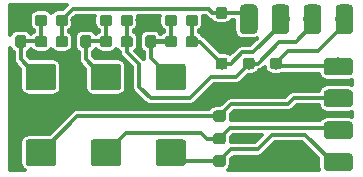
<source format=gbr>
G04 #@! TF.GenerationSoftware,KiCad,Pcbnew,5.0.2+dfsg1-1*
G04 #@! TF.CreationDate,2020-07-23T21:44:52+02:00*
G04 #@! TF.ProjectId,HDTVii,48445456-6969-42e6-9b69-6361645f7063,rev?*
G04 #@! TF.SameCoordinates,Original*
G04 #@! TF.FileFunction,Copper,L1,Top*
G04 #@! TF.FilePolarity,Positive*
%FSLAX46Y46*%
G04 Gerber Fmt 4.6, Leading zero omitted, Abs format (unit mm)*
G04 Created by KiCad (PCBNEW 5.0.2+dfsg1-1) date Thu 23 Jul 2020 09:44:52 PM CEST*
%MOMM*%
%LPD*%
G01*
G04 APERTURE LIST*
G04 #@! TA.AperFunction,Conductor*
%ADD10C,0.100000*%
G04 #@! TD*
G04 #@! TA.AperFunction,SMDPad,CuDef*
%ADD11C,1.500000*%
G04 #@! TD*
G04 #@! TA.AperFunction,SMDPad,CuDef*
%ADD12C,1.000000*%
G04 #@! TD*
G04 #@! TA.AperFunction,SMDPad,CuDef*
%ADD13C,2.250000*%
G04 #@! TD*
G04 #@! TA.AperFunction,SMDPad,CuDef*
%ADD14C,0.950000*%
G04 #@! TD*
G04 #@! TA.AperFunction,ViaPad*
%ADD15C,0.800000*%
G04 #@! TD*
G04 #@! TA.AperFunction,Conductor*
%ADD16C,0.300000*%
G04 #@! TD*
G04 #@! TA.AperFunction,Conductor*
%ADD17C,0.400000*%
G04 #@! TD*
G04 APERTURE END LIST*
D10*
G04 #@! TO.N,GND*
G04 #@! TO.C,J9*
G36*
X206811756Y-66151806D02*
X206848159Y-66157206D01*
X206883857Y-66166147D01*
X206918506Y-66178545D01*
X206951774Y-66194280D01*
X206983339Y-66213199D01*
X207012897Y-66235121D01*
X207040165Y-66259835D01*
X207064879Y-66287103D01*
X207086801Y-66316661D01*
X207105720Y-66348226D01*
X207121455Y-66381494D01*
X207133853Y-66416143D01*
X207142794Y-66451841D01*
X207148194Y-66488244D01*
X207150000Y-66525000D01*
X207150000Y-68275000D01*
X207148194Y-68311756D01*
X207142794Y-68348159D01*
X207133853Y-68383857D01*
X207121455Y-68418506D01*
X207105720Y-68451774D01*
X207086801Y-68483339D01*
X207064879Y-68512897D01*
X207040165Y-68540165D01*
X207012897Y-68564879D01*
X206983339Y-68586801D01*
X206951774Y-68605720D01*
X206918506Y-68621455D01*
X206883857Y-68633853D01*
X206848159Y-68642794D01*
X206811756Y-68648194D01*
X206775000Y-68650000D01*
X206025000Y-68650000D01*
X205988244Y-68648194D01*
X205951841Y-68642794D01*
X205916143Y-68633853D01*
X205881494Y-68621455D01*
X205848226Y-68605720D01*
X205816661Y-68586801D01*
X205787103Y-68564879D01*
X205759835Y-68540165D01*
X205735121Y-68512897D01*
X205713199Y-68483339D01*
X205694280Y-68451774D01*
X205678545Y-68418506D01*
X205666147Y-68383857D01*
X205657206Y-68348159D01*
X205651806Y-68311756D01*
X205650000Y-68275000D01*
X205650000Y-66525000D01*
X205651806Y-66488244D01*
X205657206Y-66451841D01*
X205666147Y-66416143D01*
X205678545Y-66381494D01*
X205694280Y-66348226D01*
X205713199Y-66316661D01*
X205735121Y-66287103D01*
X205759835Y-66259835D01*
X205787103Y-66235121D01*
X205816661Y-66213199D01*
X205848226Y-66194280D01*
X205881494Y-66178545D01*
X205916143Y-66166147D01*
X205951841Y-66157206D01*
X205988244Y-66151806D01*
X206025000Y-66150000D01*
X206775000Y-66150000D01*
X206811756Y-66151806D01*
X206811756Y-66151806D01*
G37*
D11*
G04 #@! TD*
G04 #@! TO.P,J9,1*
G04 #@! TO.N,GND*
X206400000Y-67400000D03*
D10*
G04 #@! TO.N,YOut*
G04 #@! TO.C,J1*
G36*
X204111756Y-54451806D02*
X204148159Y-54457206D01*
X204183857Y-54466147D01*
X204218506Y-54478545D01*
X204251774Y-54494280D01*
X204283339Y-54513199D01*
X204312897Y-54535121D01*
X204340165Y-54559835D01*
X204364879Y-54587103D01*
X204386801Y-54616661D01*
X204405720Y-54648226D01*
X204421455Y-54681494D01*
X204433853Y-54716143D01*
X204442794Y-54751841D01*
X204448194Y-54788244D01*
X204450000Y-54825000D01*
X204450000Y-56575000D01*
X204448194Y-56611756D01*
X204442794Y-56648159D01*
X204433853Y-56683857D01*
X204421455Y-56718506D01*
X204405720Y-56751774D01*
X204386801Y-56783339D01*
X204364879Y-56812897D01*
X204340165Y-56840165D01*
X204312897Y-56864879D01*
X204283339Y-56886801D01*
X204251774Y-56905720D01*
X204218506Y-56921455D01*
X204183857Y-56933853D01*
X204148159Y-56942794D01*
X204111756Y-56948194D01*
X204075000Y-56950000D01*
X203325000Y-56950000D01*
X203288244Y-56948194D01*
X203251841Y-56942794D01*
X203216143Y-56933853D01*
X203181494Y-56921455D01*
X203148226Y-56905720D01*
X203116661Y-56886801D01*
X203087103Y-56864879D01*
X203059835Y-56840165D01*
X203035121Y-56812897D01*
X203013199Y-56783339D01*
X202994280Y-56751774D01*
X202978545Y-56718506D01*
X202966147Y-56683857D01*
X202957206Y-56648159D01*
X202951806Y-56611756D01*
X202950000Y-56575000D01*
X202950000Y-54825000D01*
X202951806Y-54788244D01*
X202957206Y-54751841D01*
X202966147Y-54716143D01*
X202978545Y-54681494D01*
X202994280Y-54648226D01*
X203013199Y-54616661D01*
X203035121Y-54587103D01*
X203059835Y-54559835D01*
X203087103Y-54535121D01*
X203116661Y-54513199D01*
X203148226Y-54494280D01*
X203181494Y-54478545D01*
X203216143Y-54466147D01*
X203251841Y-54457206D01*
X203288244Y-54451806D01*
X203325000Y-54450000D01*
X204075000Y-54450000D01*
X204111756Y-54451806D01*
X204111756Y-54451806D01*
G37*
D11*
G04 #@! TD*
G04 #@! TO.P,J1,1*
G04 #@! TO.N,YOut*
X203700000Y-55700000D03*
D10*
G04 #@! TO.N,PbOut*
G04 #@! TO.C,J2*
G36*
X206811756Y-54451806D02*
X206848159Y-54457206D01*
X206883857Y-54466147D01*
X206918506Y-54478545D01*
X206951774Y-54494280D01*
X206983339Y-54513199D01*
X207012897Y-54535121D01*
X207040165Y-54559835D01*
X207064879Y-54587103D01*
X207086801Y-54616661D01*
X207105720Y-54648226D01*
X207121455Y-54681494D01*
X207133853Y-54716143D01*
X207142794Y-54751841D01*
X207148194Y-54788244D01*
X207150000Y-54825000D01*
X207150000Y-56575000D01*
X207148194Y-56611756D01*
X207142794Y-56648159D01*
X207133853Y-56683857D01*
X207121455Y-56718506D01*
X207105720Y-56751774D01*
X207086801Y-56783339D01*
X207064879Y-56812897D01*
X207040165Y-56840165D01*
X207012897Y-56864879D01*
X206983339Y-56886801D01*
X206951774Y-56905720D01*
X206918506Y-56921455D01*
X206883857Y-56933853D01*
X206848159Y-56942794D01*
X206811756Y-56948194D01*
X206775000Y-56950000D01*
X206025000Y-56950000D01*
X205988244Y-56948194D01*
X205951841Y-56942794D01*
X205916143Y-56933853D01*
X205881494Y-56921455D01*
X205848226Y-56905720D01*
X205816661Y-56886801D01*
X205787103Y-56864879D01*
X205759835Y-56840165D01*
X205735121Y-56812897D01*
X205713199Y-56783339D01*
X205694280Y-56751774D01*
X205678545Y-56718506D01*
X205666147Y-56683857D01*
X205657206Y-56648159D01*
X205651806Y-56611756D01*
X205650000Y-56575000D01*
X205650000Y-54825000D01*
X205651806Y-54788244D01*
X205657206Y-54751841D01*
X205666147Y-54716143D01*
X205678545Y-54681494D01*
X205694280Y-54648226D01*
X205713199Y-54616661D01*
X205735121Y-54587103D01*
X205759835Y-54559835D01*
X205787103Y-54535121D01*
X205816661Y-54513199D01*
X205848226Y-54494280D01*
X205881494Y-54478545D01*
X205916143Y-54466147D01*
X205951841Y-54457206D01*
X205988244Y-54451806D01*
X206025000Y-54450000D01*
X206775000Y-54450000D01*
X206811756Y-54451806D01*
X206811756Y-54451806D01*
G37*
D11*
G04 #@! TD*
G04 #@! TO.P,J2,1*
G04 #@! TO.N,PbOut*
X206400000Y-55700000D03*
D10*
G04 #@! TO.N,PrOut*
G04 #@! TO.C,J3*
G36*
X209511756Y-54451806D02*
X209548159Y-54457206D01*
X209583857Y-54466147D01*
X209618506Y-54478545D01*
X209651774Y-54494280D01*
X209683339Y-54513199D01*
X209712897Y-54535121D01*
X209740165Y-54559835D01*
X209764879Y-54587103D01*
X209786801Y-54616661D01*
X209805720Y-54648226D01*
X209821455Y-54681494D01*
X209833853Y-54716143D01*
X209842794Y-54751841D01*
X209848194Y-54788244D01*
X209850000Y-54825000D01*
X209850000Y-56575000D01*
X209848194Y-56611756D01*
X209842794Y-56648159D01*
X209833853Y-56683857D01*
X209821455Y-56718506D01*
X209805720Y-56751774D01*
X209786801Y-56783339D01*
X209764879Y-56812897D01*
X209740165Y-56840165D01*
X209712897Y-56864879D01*
X209683339Y-56886801D01*
X209651774Y-56905720D01*
X209618506Y-56921455D01*
X209583857Y-56933853D01*
X209548159Y-56942794D01*
X209511756Y-56948194D01*
X209475000Y-56950000D01*
X208725000Y-56950000D01*
X208688244Y-56948194D01*
X208651841Y-56942794D01*
X208616143Y-56933853D01*
X208581494Y-56921455D01*
X208548226Y-56905720D01*
X208516661Y-56886801D01*
X208487103Y-56864879D01*
X208459835Y-56840165D01*
X208435121Y-56812897D01*
X208413199Y-56783339D01*
X208394280Y-56751774D01*
X208378545Y-56718506D01*
X208366147Y-56683857D01*
X208357206Y-56648159D01*
X208351806Y-56611756D01*
X208350000Y-56575000D01*
X208350000Y-54825000D01*
X208351806Y-54788244D01*
X208357206Y-54751841D01*
X208366147Y-54716143D01*
X208378545Y-54681494D01*
X208394280Y-54648226D01*
X208413199Y-54616661D01*
X208435121Y-54587103D01*
X208459835Y-54559835D01*
X208487103Y-54535121D01*
X208516661Y-54513199D01*
X208548226Y-54494280D01*
X208581494Y-54478545D01*
X208616143Y-54466147D01*
X208651841Y-54457206D01*
X208688244Y-54451806D01*
X208725000Y-54450000D01*
X209475000Y-54450000D01*
X209511756Y-54451806D01*
X209511756Y-54451806D01*
G37*
D11*
G04 #@! TD*
G04 #@! TO.P,J3,1*
G04 #@! TO.N,PrOut*
X209100000Y-55700000D03*
D10*
G04 #@! TO.N,MODE*
G04 #@! TO.C,J4*
G36*
X212211756Y-58951806D02*
X212248159Y-58957206D01*
X212283857Y-58966147D01*
X212318506Y-58978545D01*
X212351774Y-58994280D01*
X212383339Y-59013199D01*
X212412897Y-59035121D01*
X212440165Y-59059835D01*
X212464879Y-59087103D01*
X212486801Y-59116661D01*
X212505720Y-59148226D01*
X212521455Y-59181494D01*
X212533853Y-59216143D01*
X212542794Y-59251841D01*
X212548194Y-59288244D01*
X212550000Y-59325000D01*
X212550000Y-60075000D01*
X212548194Y-60111756D01*
X212542794Y-60148159D01*
X212533853Y-60183857D01*
X212521455Y-60218506D01*
X212505720Y-60251774D01*
X212486801Y-60283339D01*
X212464879Y-60312897D01*
X212440165Y-60340165D01*
X212412897Y-60364879D01*
X212383339Y-60386801D01*
X212351774Y-60405720D01*
X212318506Y-60421455D01*
X212283857Y-60433853D01*
X212248159Y-60442794D01*
X212211756Y-60448194D01*
X212175000Y-60450000D01*
X210425000Y-60450000D01*
X210388244Y-60448194D01*
X210351841Y-60442794D01*
X210316143Y-60433853D01*
X210281494Y-60421455D01*
X210248226Y-60405720D01*
X210216661Y-60386801D01*
X210187103Y-60364879D01*
X210159835Y-60340165D01*
X210135121Y-60312897D01*
X210113199Y-60283339D01*
X210094280Y-60251774D01*
X210078545Y-60218506D01*
X210066147Y-60183857D01*
X210057206Y-60148159D01*
X210051806Y-60111756D01*
X210050000Y-60075000D01*
X210050000Y-59325000D01*
X210051806Y-59288244D01*
X210057206Y-59251841D01*
X210066147Y-59216143D01*
X210078545Y-59181494D01*
X210094280Y-59148226D01*
X210113199Y-59116661D01*
X210135121Y-59087103D01*
X210159835Y-59059835D01*
X210187103Y-59035121D01*
X210216661Y-59013199D01*
X210248226Y-58994280D01*
X210281494Y-58978545D01*
X210316143Y-58966147D01*
X210351841Y-58957206D01*
X210388244Y-58951806D01*
X210425000Y-58950000D01*
X212175000Y-58950000D01*
X212211756Y-58951806D01*
X212211756Y-58951806D01*
G37*
D11*
G04 #@! TD*
G04 #@! TO.P,J4,1*
G04 #@! TO.N,MODE*
X211300000Y-59700000D03*
D10*
G04 #@! TO.N,AVE59*
G04 #@! TO.C,J6*
G36*
X212211756Y-64351806D02*
X212248159Y-64357206D01*
X212283857Y-64366147D01*
X212318506Y-64378545D01*
X212351774Y-64394280D01*
X212383339Y-64413199D01*
X212412897Y-64435121D01*
X212440165Y-64459835D01*
X212464879Y-64487103D01*
X212486801Y-64516661D01*
X212505720Y-64548226D01*
X212521455Y-64581494D01*
X212533853Y-64616143D01*
X212542794Y-64651841D01*
X212548194Y-64688244D01*
X212550000Y-64725000D01*
X212550000Y-65475000D01*
X212548194Y-65511756D01*
X212542794Y-65548159D01*
X212533853Y-65583857D01*
X212521455Y-65618506D01*
X212505720Y-65651774D01*
X212486801Y-65683339D01*
X212464879Y-65712897D01*
X212440165Y-65740165D01*
X212412897Y-65764879D01*
X212383339Y-65786801D01*
X212351774Y-65805720D01*
X212318506Y-65821455D01*
X212283857Y-65833853D01*
X212248159Y-65842794D01*
X212211756Y-65848194D01*
X212175000Y-65850000D01*
X210425000Y-65850000D01*
X210388244Y-65848194D01*
X210351841Y-65842794D01*
X210316143Y-65833853D01*
X210281494Y-65821455D01*
X210248226Y-65805720D01*
X210216661Y-65786801D01*
X210187103Y-65764879D01*
X210159835Y-65740165D01*
X210135121Y-65712897D01*
X210113199Y-65683339D01*
X210094280Y-65651774D01*
X210078545Y-65618506D01*
X210066147Y-65583857D01*
X210057206Y-65548159D01*
X210051806Y-65511756D01*
X210050000Y-65475000D01*
X210050000Y-64725000D01*
X210051806Y-64688244D01*
X210057206Y-64651841D01*
X210066147Y-64616143D01*
X210078545Y-64581494D01*
X210094280Y-64548226D01*
X210113199Y-64516661D01*
X210135121Y-64487103D01*
X210159835Y-64459835D01*
X210187103Y-64435121D01*
X210216661Y-64413199D01*
X210248226Y-64394280D01*
X210281494Y-64378545D01*
X210316143Y-64366147D01*
X210351841Y-64357206D01*
X210388244Y-64351806D01*
X210425000Y-64350000D01*
X212175000Y-64350000D01*
X212211756Y-64351806D01*
X212211756Y-64351806D01*
G37*
D11*
G04 #@! TD*
G04 #@! TO.P,J6,1*
G04 #@! TO.N,AVE59*
X211300000Y-65100000D03*
D10*
G04 #@! TO.N,AVE57*
G04 #@! TO.C,J7*
G36*
X212211756Y-67051806D02*
X212248159Y-67057206D01*
X212283857Y-67066147D01*
X212318506Y-67078545D01*
X212351774Y-67094280D01*
X212383339Y-67113199D01*
X212412897Y-67135121D01*
X212440165Y-67159835D01*
X212464879Y-67187103D01*
X212486801Y-67216661D01*
X212505720Y-67248226D01*
X212521455Y-67281494D01*
X212533853Y-67316143D01*
X212542794Y-67351841D01*
X212548194Y-67388244D01*
X212550000Y-67425000D01*
X212550000Y-68175000D01*
X212548194Y-68211756D01*
X212542794Y-68248159D01*
X212533853Y-68283857D01*
X212521455Y-68318506D01*
X212505720Y-68351774D01*
X212486801Y-68383339D01*
X212464879Y-68412897D01*
X212440165Y-68440165D01*
X212412897Y-68464879D01*
X212383339Y-68486801D01*
X212351774Y-68505720D01*
X212318506Y-68521455D01*
X212283857Y-68533853D01*
X212248159Y-68542794D01*
X212211756Y-68548194D01*
X212175000Y-68550000D01*
X210425000Y-68550000D01*
X210388244Y-68548194D01*
X210351841Y-68542794D01*
X210316143Y-68533853D01*
X210281494Y-68521455D01*
X210248226Y-68505720D01*
X210216661Y-68486801D01*
X210187103Y-68464879D01*
X210159835Y-68440165D01*
X210135121Y-68412897D01*
X210113199Y-68383339D01*
X210094280Y-68351774D01*
X210078545Y-68318506D01*
X210066147Y-68283857D01*
X210057206Y-68248159D01*
X210051806Y-68211756D01*
X210050000Y-68175000D01*
X210050000Y-67425000D01*
X210051806Y-67388244D01*
X210057206Y-67351841D01*
X210066147Y-67316143D01*
X210078545Y-67281494D01*
X210094280Y-67248226D01*
X210113199Y-67216661D01*
X210135121Y-67187103D01*
X210159835Y-67159835D01*
X210187103Y-67135121D01*
X210216661Y-67113199D01*
X210248226Y-67094280D01*
X210281494Y-67078545D01*
X210316143Y-67066147D01*
X210351841Y-67057206D01*
X210388244Y-67051806D01*
X210425000Y-67050000D01*
X212175000Y-67050000D01*
X212211756Y-67051806D01*
X212211756Y-67051806D01*
G37*
D11*
G04 #@! TD*
G04 #@! TO.P,J7,1*
G04 #@! TO.N,AVE57*
X211300000Y-67800000D03*
D10*
G04 #@! TO.N,AVE54*
G04 #@! TO.C,J8*
G36*
X212211756Y-61651806D02*
X212248159Y-61657206D01*
X212283857Y-61666147D01*
X212318506Y-61678545D01*
X212351774Y-61694280D01*
X212383339Y-61713199D01*
X212412897Y-61735121D01*
X212440165Y-61759835D01*
X212464879Y-61787103D01*
X212486801Y-61816661D01*
X212505720Y-61848226D01*
X212521455Y-61881494D01*
X212533853Y-61916143D01*
X212542794Y-61951841D01*
X212548194Y-61988244D01*
X212550000Y-62025000D01*
X212550000Y-62775000D01*
X212548194Y-62811756D01*
X212542794Y-62848159D01*
X212533853Y-62883857D01*
X212521455Y-62918506D01*
X212505720Y-62951774D01*
X212486801Y-62983339D01*
X212464879Y-63012897D01*
X212440165Y-63040165D01*
X212412897Y-63064879D01*
X212383339Y-63086801D01*
X212351774Y-63105720D01*
X212318506Y-63121455D01*
X212283857Y-63133853D01*
X212248159Y-63142794D01*
X212211756Y-63148194D01*
X212175000Y-63150000D01*
X210425000Y-63150000D01*
X210388244Y-63148194D01*
X210351841Y-63142794D01*
X210316143Y-63133853D01*
X210281494Y-63121455D01*
X210248226Y-63105720D01*
X210216661Y-63086801D01*
X210187103Y-63064879D01*
X210159835Y-63040165D01*
X210135121Y-63012897D01*
X210113199Y-62983339D01*
X210094280Y-62951774D01*
X210078545Y-62918506D01*
X210066147Y-62883857D01*
X210057206Y-62848159D01*
X210051806Y-62811756D01*
X210050000Y-62775000D01*
X210050000Y-62025000D01*
X210051806Y-61988244D01*
X210057206Y-61951841D01*
X210066147Y-61916143D01*
X210078545Y-61881494D01*
X210094280Y-61848226D01*
X210113199Y-61816661D01*
X210135121Y-61787103D01*
X210159835Y-61759835D01*
X210187103Y-61735121D01*
X210216661Y-61713199D01*
X210248226Y-61694280D01*
X210281494Y-61678545D01*
X210316143Y-61666147D01*
X210351841Y-61657206D01*
X210388244Y-61651806D01*
X210425000Y-61650000D01*
X212175000Y-61650000D01*
X212211756Y-61651806D01*
X212211756Y-61651806D01*
G37*
D11*
G04 #@! TD*
G04 #@! TO.P,J8,1*
G04 #@! TO.N,AVE54*
X211300000Y-62400000D03*
D10*
G04 #@! TO.N,MODE*
G04 #@! TO.C,J5*
G36*
X212211756Y-54451806D02*
X212248159Y-54457206D01*
X212283857Y-54466147D01*
X212318506Y-54478545D01*
X212351774Y-54494280D01*
X212383339Y-54513199D01*
X212412897Y-54535121D01*
X212440165Y-54559835D01*
X212464879Y-54587103D01*
X212486801Y-54616661D01*
X212505720Y-54648226D01*
X212521455Y-54681494D01*
X212533853Y-54716143D01*
X212542794Y-54751841D01*
X212548194Y-54788244D01*
X212550000Y-54825000D01*
X212550000Y-56575000D01*
X212548194Y-56611756D01*
X212542794Y-56648159D01*
X212533853Y-56683857D01*
X212521455Y-56718506D01*
X212505720Y-56751774D01*
X212486801Y-56783339D01*
X212464879Y-56812897D01*
X212440165Y-56840165D01*
X212412897Y-56864879D01*
X212383339Y-56886801D01*
X212351774Y-56905720D01*
X212318506Y-56921455D01*
X212283857Y-56933853D01*
X212248159Y-56942794D01*
X212211756Y-56948194D01*
X212175000Y-56950000D01*
X211425000Y-56950000D01*
X211388244Y-56948194D01*
X211351841Y-56942794D01*
X211316143Y-56933853D01*
X211281494Y-56921455D01*
X211248226Y-56905720D01*
X211216661Y-56886801D01*
X211187103Y-56864879D01*
X211159835Y-56840165D01*
X211135121Y-56812897D01*
X211113199Y-56783339D01*
X211094280Y-56751774D01*
X211078545Y-56718506D01*
X211066147Y-56683857D01*
X211057206Y-56648159D01*
X211051806Y-56611756D01*
X211050000Y-56575000D01*
X211050000Y-54825000D01*
X211051806Y-54788244D01*
X211057206Y-54751841D01*
X211066147Y-54716143D01*
X211078545Y-54681494D01*
X211094280Y-54648226D01*
X211113199Y-54616661D01*
X211135121Y-54587103D01*
X211159835Y-54559835D01*
X211187103Y-54535121D01*
X211216661Y-54513199D01*
X211248226Y-54494280D01*
X211281494Y-54478545D01*
X211316143Y-54466147D01*
X211351841Y-54457206D01*
X211388244Y-54451806D01*
X211425000Y-54450000D01*
X212175000Y-54450000D01*
X212211756Y-54451806D01*
X212211756Y-54451806D01*
G37*
D11*
G04 #@! TD*
G04 #@! TO.P,J5,1*
G04 #@! TO.N,MODE*
X211800000Y-55700000D03*
D10*
G04 #@! TO.N,MODE*
G04 #@! TO.C,D4*
G36*
X206274504Y-58951204D02*
X206298773Y-58954804D01*
X206322571Y-58960765D01*
X206345671Y-58969030D01*
X206367849Y-58979520D01*
X206388893Y-58992133D01*
X206408598Y-59006747D01*
X206426777Y-59023223D01*
X206443253Y-59041402D01*
X206457867Y-59061107D01*
X206470480Y-59082151D01*
X206480970Y-59104329D01*
X206489235Y-59127429D01*
X206495196Y-59151227D01*
X206498796Y-59175496D01*
X206500000Y-59200000D01*
X206500000Y-59700000D01*
X206498796Y-59724504D01*
X206495196Y-59748773D01*
X206489235Y-59772571D01*
X206480970Y-59795671D01*
X206470480Y-59817849D01*
X206457867Y-59838893D01*
X206443253Y-59858598D01*
X206426777Y-59876777D01*
X206408598Y-59893253D01*
X206388893Y-59907867D01*
X206367849Y-59920480D01*
X206345671Y-59930970D01*
X206322571Y-59939235D01*
X206298773Y-59945196D01*
X206274504Y-59948796D01*
X206250000Y-59950000D01*
X205750000Y-59950000D01*
X205725496Y-59948796D01*
X205701227Y-59945196D01*
X205677429Y-59939235D01*
X205654329Y-59930970D01*
X205632151Y-59920480D01*
X205611107Y-59907867D01*
X205591402Y-59893253D01*
X205573223Y-59876777D01*
X205556747Y-59858598D01*
X205542133Y-59838893D01*
X205529520Y-59817849D01*
X205519030Y-59795671D01*
X205510765Y-59772571D01*
X205504804Y-59748773D01*
X205501204Y-59724504D01*
X205500000Y-59700000D01*
X205500000Y-59200000D01*
X205501204Y-59175496D01*
X205504804Y-59151227D01*
X205510765Y-59127429D01*
X205519030Y-59104329D01*
X205529520Y-59082151D01*
X205542133Y-59061107D01*
X205556747Y-59041402D01*
X205573223Y-59023223D01*
X205591402Y-59006747D01*
X205611107Y-58992133D01*
X205632151Y-58979520D01*
X205654329Y-58969030D01*
X205677429Y-58960765D01*
X205701227Y-58954804D01*
X205725496Y-58951204D01*
X205750000Y-58950000D01*
X206250000Y-58950000D01*
X206274504Y-58951204D01*
X206274504Y-58951204D01*
G37*
D12*
G04 #@! TD*
G04 #@! TO.P,D4,1*
G04 #@! TO.N,MODE*
X206000000Y-59450000D03*
D10*
G04 #@! TO.N,GND*
G04 #@! TO.C,D4*
G36*
X206274504Y-61451204D02*
X206298773Y-61454804D01*
X206322571Y-61460765D01*
X206345671Y-61469030D01*
X206367849Y-61479520D01*
X206388893Y-61492133D01*
X206408598Y-61506747D01*
X206426777Y-61523223D01*
X206443253Y-61541402D01*
X206457867Y-61561107D01*
X206470480Y-61582151D01*
X206480970Y-61604329D01*
X206489235Y-61627429D01*
X206495196Y-61651227D01*
X206498796Y-61675496D01*
X206500000Y-61700000D01*
X206500000Y-62200000D01*
X206498796Y-62224504D01*
X206495196Y-62248773D01*
X206489235Y-62272571D01*
X206480970Y-62295671D01*
X206470480Y-62317849D01*
X206457867Y-62338893D01*
X206443253Y-62358598D01*
X206426777Y-62376777D01*
X206408598Y-62393253D01*
X206388893Y-62407867D01*
X206367849Y-62420480D01*
X206345671Y-62430970D01*
X206322571Y-62439235D01*
X206298773Y-62445196D01*
X206274504Y-62448796D01*
X206250000Y-62450000D01*
X205750000Y-62450000D01*
X205725496Y-62448796D01*
X205701227Y-62445196D01*
X205677429Y-62439235D01*
X205654329Y-62430970D01*
X205632151Y-62420480D01*
X205611107Y-62407867D01*
X205591402Y-62393253D01*
X205573223Y-62376777D01*
X205556747Y-62358598D01*
X205542133Y-62338893D01*
X205529520Y-62317849D01*
X205519030Y-62295671D01*
X205510765Y-62272571D01*
X205504804Y-62248773D01*
X205501204Y-62224504D01*
X205500000Y-62200000D01*
X205500000Y-61700000D01*
X205501204Y-61675496D01*
X205504804Y-61651227D01*
X205510765Y-61627429D01*
X205519030Y-61604329D01*
X205529520Y-61582151D01*
X205542133Y-61561107D01*
X205556747Y-61541402D01*
X205573223Y-61523223D01*
X205591402Y-61506747D01*
X205611107Y-61492133D01*
X205632151Y-61479520D01*
X205654329Y-61469030D01*
X205677429Y-61460765D01*
X205701227Y-61454804D01*
X205725496Y-61451204D01*
X205750000Y-61450000D01*
X206250000Y-61450000D01*
X206274504Y-61451204D01*
X206274504Y-61451204D01*
G37*
D12*
G04 #@! TD*
G04 #@! TO.P,D4,2*
G04 #@! TO.N,GND*
X206000000Y-61950000D03*
D10*
G04 #@! TO.N,AVE57*
G04 #@! TO.C,C64*
G36*
X198149505Y-65876204D02*
X198173773Y-65879804D01*
X198197572Y-65885765D01*
X198220671Y-65894030D01*
X198242850Y-65904520D01*
X198263893Y-65917132D01*
X198283599Y-65931747D01*
X198301777Y-65948223D01*
X198318253Y-65966401D01*
X198332868Y-65986107D01*
X198345480Y-66007150D01*
X198355970Y-66029329D01*
X198364235Y-66052428D01*
X198370196Y-66076227D01*
X198373796Y-66100495D01*
X198375000Y-66124999D01*
X198375000Y-67875001D01*
X198373796Y-67899505D01*
X198370196Y-67923773D01*
X198364235Y-67947572D01*
X198355970Y-67970671D01*
X198345480Y-67992850D01*
X198332868Y-68013893D01*
X198318253Y-68033599D01*
X198301777Y-68051777D01*
X198283599Y-68068253D01*
X198263893Y-68082868D01*
X198242850Y-68095480D01*
X198220671Y-68105970D01*
X198197572Y-68114235D01*
X198173773Y-68120196D01*
X198149505Y-68123796D01*
X198125001Y-68125000D01*
X196074999Y-68125000D01*
X196050495Y-68123796D01*
X196026227Y-68120196D01*
X196002428Y-68114235D01*
X195979329Y-68105970D01*
X195957150Y-68095480D01*
X195936107Y-68082868D01*
X195916401Y-68068253D01*
X195898223Y-68051777D01*
X195881747Y-68033599D01*
X195867132Y-68013893D01*
X195854520Y-67992850D01*
X195844030Y-67970671D01*
X195835765Y-67947572D01*
X195829804Y-67923773D01*
X195826204Y-67899505D01*
X195825000Y-67875001D01*
X195825000Y-66124999D01*
X195826204Y-66100495D01*
X195829804Y-66076227D01*
X195835765Y-66052428D01*
X195844030Y-66029329D01*
X195854520Y-66007150D01*
X195867132Y-65986107D01*
X195881747Y-65966401D01*
X195898223Y-65948223D01*
X195916401Y-65931747D01*
X195936107Y-65917132D01*
X195957150Y-65904520D01*
X195979329Y-65894030D01*
X196002428Y-65885765D01*
X196026227Y-65879804D01*
X196050495Y-65876204D01*
X196074999Y-65875000D01*
X198125001Y-65875000D01*
X198149505Y-65876204D01*
X198149505Y-65876204D01*
G37*
D13*
G04 #@! TD*
G04 #@! TO.P,C64,1*
G04 #@! TO.N,AVE57*
X197100000Y-67000000D03*
D10*
G04 #@! TO.N,Net-(C64-Pad2)*
G04 #@! TO.C,C64*
G36*
X198149505Y-59476204D02*
X198173773Y-59479804D01*
X198197572Y-59485765D01*
X198220671Y-59494030D01*
X198242850Y-59504520D01*
X198263893Y-59517132D01*
X198283599Y-59531747D01*
X198301777Y-59548223D01*
X198318253Y-59566401D01*
X198332868Y-59586107D01*
X198345480Y-59607150D01*
X198355970Y-59629329D01*
X198364235Y-59652428D01*
X198370196Y-59676227D01*
X198373796Y-59700495D01*
X198375000Y-59724999D01*
X198375000Y-61475001D01*
X198373796Y-61499505D01*
X198370196Y-61523773D01*
X198364235Y-61547572D01*
X198355970Y-61570671D01*
X198345480Y-61592850D01*
X198332868Y-61613893D01*
X198318253Y-61633599D01*
X198301777Y-61651777D01*
X198283599Y-61668253D01*
X198263893Y-61682868D01*
X198242850Y-61695480D01*
X198220671Y-61705970D01*
X198197572Y-61714235D01*
X198173773Y-61720196D01*
X198149505Y-61723796D01*
X198125001Y-61725000D01*
X196074999Y-61725000D01*
X196050495Y-61723796D01*
X196026227Y-61720196D01*
X196002428Y-61714235D01*
X195979329Y-61705970D01*
X195957150Y-61695480D01*
X195936107Y-61682868D01*
X195916401Y-61668253D01*
X195898223Y-61651777D01*
X195881747Y-61633599D01*
X195867132Y-61613893D01*
X195854520Y-61592850D01*
X195844030Y-61570671D01*
X195835765Y-61547572D01*
X195829804Y-61523773D01*
X195826204Y-61499505D01*
X195825000Y-61475001D01*
X195825000Y-59724999D01*
X195826204Y-59700495D01*
X195829804Y-59676227D01*
X195835765Y-59652428D01*
X195844030Y-59629329D01*
X195854520Y-59607150D01*
X195867132Y-59586107D01*
X195881747Y-59566401D01*
X195898223Y-59548223D01*
X195916401Y-59531747D01*
X195936107Y-59517132D01*
X195957150Y-59504520D01*
X195979329Y-59494030D01*
X196002428Y-59485765D01*
X196026227Y-59479804D01*
X196050495Y-59476204D01*
X196074999Y-59475000D01*
X198125001Y-59475000D01*
X198149505Y-59476204D01*
X198149505Y-59476204D01*
G37*
D13*
G04 #@! TD*
G04 #@! TO.P,C64,2*
G04 #@! TO.N,Net-(C64-Pad2)*
X197100000Y-60600000D03*
D10*
G04 #@! TO.N,Net-(C66-Pad1)*
G04 #@! TO.C,C69*
G36*
X192649505Y-59476204D02*
X192673773Y-59479804D01*
X192697572Y-59485765D01*
X192720671Y-59494030D01*
X192742850Y-59504520D01*
X192763893Y-59517132D01*
X192783599Y-59531747D01*
X192801777Y-59548223D01*
X192818253Y-59566401D01*
X192832868Y-59586107D01*
X192845480Y-59607150D01*
X192855970Y-59629329D01*
X192864235Y-59652428D01*
X192870196Y-59676227D01*
X192873796Y-59700495D01*
X192875000Y-59724999D01*
X192875000Y-61475001D01*
X192873796Y-61499505D01*
X192870196Y-61523773D01*
X192864235Y-61547572D01*
X192855970Y-61570671D01*
X192845480Y-61592850D01*
X192832868Y-61613893D01*
X192818253Y-61633599D01*
X192801777Y-61651777D01*
X192783599Y-61668253D01*
X192763893Y-61682868D01*
X192742850Y-61695480D01*
X192720671Y-61705970D01*
X192697572Y-61714235D01*
X192673773Y-61720196D01*
X192649505Y-61723796D01*
X192625001Y-61725000D01*
X190574999Y-61725000D01*
X190550495Y-61723796D01*
X190526227Y-61720196D01*
X190502428Y-61714235D01*
X190479329Y-61705970D01*
X190457150Y-61695480D01*
X190436107Y-61682868D01*
X190416401Y-61668253D01*
X190398223Y-61651777D01*
X190381747Y-61633599D01*
X190367132Y-61613893D01*
X190354520Y-61592850D01*
X190344030Y-61570671D01*
X190335765Y-61547572D01*
X190329804Y-61523773D01*
X190326204Y-61499505D01*
X190325000Y-61475001D01*
X190325000Y-59724999D01*
X190326204Y-59700495D01*
X190329804Y-59676227D01*
X190335765Y-59652428D01*
X190344030Y-59629329D01*
X190354520Y-59607150D01*
X190367132Y-59586107D01*
X190381747Y-59566401D01*
X190398223Y-59548223D01*
X190416401Y-59531747D01*
X190436107Y-59517132D01*
X190457150Y-59504520D01*
X190479329Y-59494030D01*
X190502428Y-59485765D01*
X190526227Y-59479804D01*
X190550495Y-59476204D01*
X190574999Y-59475000D01*
X192625001Y-59475000D01*
X192649505Y-59476204D01*
X192649505Y-59476204D01*
G37*
D13*
G04 #@! TD*
G04 #@! TO.P,C69,2*
G04 #@! TO.N,Net-(C66-Pad1)*
X191600000Y-60600000D03*
D10*
G04 #@! TO.N,AVE59*
G04 #@! TO.C,C69*
G36*
X192649505Y-65876204D02*
X192673773Y-65879804D01*
X192697572Y-65885765D01*
X192720671Y-65894030D01*
X192742850Y-65904520D01*
X192763893Y-65917132D01*
X192783599Y-65931747D01*
X192801777Y-65948223D01*
X192818253Y-65966401D01*
X192832868Y-65986107D01*
X192845480Y-66007150D01*
X192855970Y-66029329D01*
X192864235Y-66052428D01*
X192870196Y-66076227D01*
X192873796Y-66100495D01*
X192875000Y-66124999D01*
X192875000Y-67875001D01*
X192873796Y-67899505D01*
X192870196Y-67923773D01*
X192864235Y-67947572D01*
X192855970Y-67970671D01*
X192845480Y-67992850D01*
X192832868Y-68013893D01*
X192818253Y-68033599D01*
X192801777Y-68051777D01*
X192783599Y-68068253D01*
X192763893Y-68082868D01*
X192742850Y-68095480D01*
X192720671Y-68105970D01*
X192697572Y-68114235D01*
X192673773Y-68120196D01*
X192649505Y-68123796D01*
X192625001Y-68125000D01*
X190574999Y-68125000D01*
X190550495Y-68123796D01*
X190526227Y-68120196D01*
X190502428Y-68114235D01*
X190479329Y-68105970D01*
X190457150Y-68095480D01*
X190436107Y-68082868D01*
X190416401Y-68068253D01*
X190398223Y-68051777D01*
X190381747Y-68033599D01*
X190367132Y-68013893D01*
X190354520Y-67992850D01*
X190344030Y-67970671D01*
X190335765Y-67947572D01*
X190329804Y-67923773D01*
X190326204Y-67899505D01*
X190325000Y-67875001D01*
X190325000Y-66124999D01*
X190326204Y-66100495D01*
X190329804Y-66076227D01*
X190335765Y-66052428D01*
X190344030Y-66029329D01*
X190354520Y-66007150D01*
X190367132Y-65986107D01*
X190381747Y-65966401D01*
X190398223Y-65948223D01*
X190416401Y-65931747D01*
X190436107Y-65917132D01*
X190457150Y-65904520D01*
X190479329Y-65894030D01*
X190502428Y-65885765D01*
X190526227Y-65879804D01*
X190550495Y-65876204D01*
X190574999Y-65875000D01*
X192625001Y-65875000D01*
X192649505Y-65876204D01*
X192649505Y-65876204D01*
G37*
D13*
G04 #@! TD*
G04 #@! TO.P,C69,1*
G04 #@! TO.N,AVE59*
X191600000Y-67000000D03*
D10*
G04 #@! TO.N,AVE54*
G04 #@! TO.C,C84*
G36*
X187149505Y-65876204D02*
X187173773Y-65879804D01*
X187197572Y-65885765D01*
X187220671Y-65894030D01*
X187242850Y-65904520D01*
X187263893Y-65917132D01*
X187283599Y-65931747D01*
X187301777Y-65948223D01*
X187318253Y-65966401D01*
X187332868Y-65986107D01*
X187345480Y-66007150D01*
X187355970Y-66029329D01*
X187364235Y-66052428D01*
X187370196Y-66076227D01*
X187373796Y-66100495D01*
X187375000Y-66124999D01*
X187375000Y-67875001D01*
X187373796Y-67899505D01*
X187370196Y-67923773D01*
X187364235Y-67947572D01*
X187355970Y-67970671D01*
X187345480Y-67992850D01*
X187332868Y-68013893D01*
X187318253Y-68033599D01*
X187301777Y-68051777D01*
X187283599Y-68068253D01*
X187263893Y-68082868D01*
X187242850Y-68095480D01*
X187220671Y-68105970D01*
X187197572Y-68114235D01*
X187173773Y-68120196D01*
X187149505Y-68123796D01*
X187125001Y-68125000D01*
X185074999Y-68125000D01*
X185050495Y-68123796D01*
X185026227Y-68120196D01*
X185002428Y-68114235D01*
X184979329Y-68105970D01*
X184957150Y-68095480D01*
X184936107Y-68082868D01*
X184916401Y-68068253D01*
X184898223Y-68051777D01*
X184881747Y-68033599D01*
X184867132Y-68013893D01*
X184854520Y-67992850D01*
X184844030Y-67970671D01*
X184835765Y-67947572D01*
X184829804Y-67923773D01*
X184826204Y-67899505D01*
X184825000Y-67875001D01*
X184825000Y-66124999D01*
X184826204Y-66100495D01*
X184829804Y-66076227D01*
X184835765Y-66052428D01*
X184844030Y-66029329D01*
X184854520Y-66007150D01*
X184867132Y-65986107D01*
X184881747Y-65966401D01*
X184898223Y-65948223D01*
X184916401Y-65931747D01*
X184936107Y-65917132D01*
X184957150Y-65904520D01*
X184979329Y-65894030D01*
X185002428Y-65885765D01*
X185026227Y-65879804D01*
X185050495Y-65876204D01*
X185074999Y-65875000D01*
X187125001Y-65875000D01*
X187149505Y-65876204D01*
X187149505Y-65876204D01*
G37*
D13*
G04 #@! TD*
G04 #@! TO.P,C84,1*
G04 #@! TO.N,AVE54*
X186100000Y-67000000D03*
D10*
G04 #@! TO.N,Net-(C83-Pad1)*
G04 #@! TO.C,C84*
G36*
X187149505Y-59476204D02*
X187173773Y-59479804D01*
X187197572Y-59485765D01*
X187220671Y-59494030D01*
X187242850Y-59504520D01*
X187263893Y-59517132D01*
X187283599Y-59531747D01*
X187301777Y-59548223D01*
X187318253Y-59566401D01*
X187332868Y-59586107D01*
X187345480Y-59607150D01*
X187355970Y-59629329D01*
X187364235Y-59652428D01*
X187370196Y-59676227D01*
X187373796Y-59700495D01*
X187375000Y-59724999D01*
X187375000Y-61475001D01*
X187373796Y-61499505D01*
X187370196Y-61523773D01*
X187364235Y-61547572D01*
X187355970Y-61570671D01*
X187345480Y-61592850D01*
X187332868Y-61613893D01*
X187318253Y-61633599D01*
X187301777Y-61651777D01*
X187283599Y-61668253D01*
X187263893Y-61682868D01*
X187242850Y-61695480D01*
X187220671Y-61705970D01*
X187197572Y-61714235D01*
X187173773Y-61720196D01*
X187149505Y-61723796D01*
X187125001Y-61725000D01*
X185074999Y-61725000D01*
X185050495Y-61723796D01*
X185026227Y-61720196D01*
X185002428Y-61714235D01*
X184979329Y-61705970D01*
X184957150Y-61695480D01*
X184936107Y-61682868D01*
X184916401Y-61668253D01*
X184898223Y-61651777D01*
X184881747Y-61633599D01*
X184867132Y-61613893D01*
X184854520Y-61592850D01*
X184844030Y-61570671D01*
X184835765Y-61547572D01*
X184829804Y-61523773D01*
X184826204Y-61499505D01*
X184825000Y-61475001D01*
X184825000Y-59724999D01*
X184826204Y-59700495D01*
X184829804Y-59676227D01*
X184835765Y-59652428D01*
X184844030Y-59629329D01*
X184854520Y-59607150D01*
X184867132Y-59586107D01*
X184881747Y-59566401D01*
X184898223Y-59548223D01*
X184916401Y-59531747D01*
X184936107Y-59517132D01*
X184957150Y-59504520D01*
X184979329Y-59494030D01*
X185002428Y-59485765D01*
X185026227Y-59479804D01*
X185050495Y-59476204D01*
X185074999Y-59475000D01*
X187125001Y-59475000D01*
X187149505Y-59476204D01*
X187149505Y-59476204D01*
G37*
D13*
G04 #@! TD*
G04 #@! TO.P,C84,2*
G04 #@! TO.N,Net-(C83-Pad1)*
X186100000Y-60600000D03*
D10*
G04 #@! TO.N,YOut*
G04 #@! TO.C,D1*
G36*
X201674504Y-54651204D02*
X201698773Y-54654804D01*
X201722571Y-54660765D01*
X201745671Y-54669030D01*
X201767849Y-54679520D01*
X201788893Y-54692133D01*
X201808598Y-54706747D01*
X201826777Y-54723223D01*
X201843253Y-54741402D01*
X201857867Y-54761107D01*
X201870480Y-54782151D01*
X201880970Y-54804329D01*
X201889235Y-54827429D01*
X201895196Y-54851227D01*
X201898796Y-54875496D01*
X201900000Y-54900000D01*
X201900000Y-55400000D01*
X201898796Y-55424504D01*
X201895196Y-55448773D01*
X201889235Y-55472571D01*
X201880970Y-55495671D01*
X201870480Y-55517849D01*
X201857867Y-55538893D01*
X201843253Y-55558598D01*
X201826777Y-55576777D01*
X201808598Y-55593253D01*
X201788893Y-55607867D01*
X201767849Y-55620480D01*
X201745671Y-55630970D01*
X201722571Y-55639235D01*
X201698773Y-55645196D01*
X201674504Y-55648796D01*
X201650000Y-55650000D01*
X201150000Y-55650000D01*
X201125496Y-55648796D01*
X201101227Y-55645196D01*
X201077429Y-55639235D01*
X201054329Y-55630970D01*
X201032151Y-55620480D01*
X201011107Y-55607867D01*
X200991402Y-55593253D01*
X200973223Y-55576777D01*
X200956747Y-55558598D01*
X200942133Y-55538893D01*
X200929520Y-55517849D01*
X200919030Y-55495671D01*
X200910765Y-55472571D01*
X200904804Y-55448773D01*
X200901204Y-55424504D01*
X200900000Y-55400000D01*
X200900000Y-54900000D01*
X200901204Y-54875496D01*
X200904804Y-54851227D01*
X200910765Y-54827429D01*
X200919030Y-54804329D01*
X200929520Y-54782151D01*
X200942133Y-54761107D01*
X200956747Y-54741402D01*
X200973223Y-54723223D01*
X200991402Y-54706747D01*
X201011107Y-54692133D01*
X201032151Y-54679520D01*
X201054329Y-54669030D01*
X201077429Y-54660765D01*
X201101227Y-54654804D01*
X201125496Y-54651204D01*
X201150000Y-54650000D01*
X201650000Y-54650000D01*
X201674504Y-54651204D01*
X201674504Y-54651204D01*
G37*
D12*
G04 #@! TD*
G04 #@! TO.P,D1,1*
G04 #@! TO.N,YOut*
X201400000Y-55150000D03*
D10*
G04 #@! TO.N,GND*
G04 #@! TO.C,D1*
G36*
X201674504Y-57151204D02*
X201698773Y-57154804D01*
X201722571Y-57160765D01*
X201745671Y-57169030D01*
X201767849Y-57179520D01*
X201788893Y-57192133D01*
X201808598Y-57206747D01*
X201826777Y-57223223D01*
X201843253Y-57241402D01*
X201857867Y-57261107D01*
X201870480Y-57282151D01*
X201880970Y-57304329D01*
X201889235Y-57327429D01*
X201895196Y-57351227D01*
X201898796Y-57375496D01*
X201900000Y-57400000D01*
X201900000Y-57900000D01*
X201898796Y-57924504D01*
X201895196Y-57948773D01*
X201889235Y-57972571D01*
X201880970Y-57995671D01*
X201870480Y-58017849D01*
X201857867Y-58038893D01*
X201843253Y-58058598D01*
X201826777Y-58076777D01*
X201808598Y-58093253D01*
X201788893Y-58107867D01*
X201767849Y-58120480D01*
X201745671Y-58130970D01*
X201722571Y-58139235D01*
X201698773Y-58145196D01*
X201674504Y-58148796D01*
X201650000Y-58150000D01*
X201150000Y-58150000D01*
X201125496Y-58148796D01*
X201101227Y-58145196D01*
X201077429Y-58139235D01*
X201054329Y-58130970D01*
X201032151Y-58120480D01*
X201011107Y-58107867D01*
X200991402Y-58093253D01*
X200973223Y-58076777D01*
X200956747Y-58058598D01*
X200942133Y-58038893D01*
X200929520Y-58017849D01*
X200919030Y-57995671D01*
X200910765Y-57972571D01*
X200904804Y-57948773D01*
X200901204Y-57924504D01*
X200900000Y-57900000D01*
X200900000Y-57400000D01*
X200901204Y-57375496D01*
X200904804Y-57351227D01*
X200910765Y-57327429D01*
X200919030Y-57304329D01*
X200929520Y-57282151D01*
X200942133Y-57261107D01*
X200956747Y-57241402D01*
X200973223Y-57223223D01*
X200991402Y-57206747D01*
X201011107Y-57192133D01*
X201032151Y-57179520D01*
X201054329Y-57169030D01*
X201077429Y-57160765D01*
X201101227Y-57154804D01*
X201125496Y-57151204D01*
X201150000Y-57150000D01*
X201650000Y-57150000D01*
X201674504Y-57151204D01*
X201674504Y-57151204D01*
G37*
D12*
G04 #@! TD*
G04 #@! TO.P,D1,2*
G04 #@! TO.N,GND*
X201400000Y-57650000D03*
D10*
G04 #@! TO.N,GND*
G04 #@! TO.C,D2*
G36*
X201674504Y-61451204D02*
X201698773Y-61454804D01*
X201722571Y-61460765D01*
X201745671Y-61469030D01*
X201767849Y-61479520D01*
X201788893Y-61492133D01*
X201808598Y-61506747D01*
X201826777Y-61523223D01*
X201843253Y-61541402D01*
X201857867Y-61561107D01*
X201870480Y-61582151D01*
X201880970Y-61604329D01*
X201889235Y-61627429D01*
X201895196Y-61651227D01*
X201898796Y-61675496D01*
X201900000Y-61700000D01*
X201900000Y-62200000D01*
X201898796Y-62224504D01*
X201895196Y-62248773D01*
X201889235Y-62272571D01*
X201880970Y-62295671D01*
X201870480Y-62317849D01*
X201857867Y-62338893D01*
X201843253Y-62358598D01*
X201826777Y-62376777D01*
X201808598Y-62393253D01*
X201788893Y-62407867D01*
X201767849Y-62420480D01*
X201745671Y-62430970D01*
X201722571Y-62439235D01*
X201698773Y-62445196D01*
X201674504Y-62448796D01*
X201650000Y-62450000D01*
X201150000Y-62450000D01*
X201125496Y-62448796D01*
X201101227Y-62445196D01*
X201077429Y-62439235D01*
X201054329Y-62430970D01*
X201032151Y-62420480D01*
X201011107Y-62407867D01*
X200991402Y-62393253D01*
X200973223Y-62376777D01*
X200956747Y-62358598D01*
X200942133Y-62338893D01*
X200929520Y-62317849D01*
X200919030Y-62295671D01*
X200910765Y-62272571D01*
X200904804Y-62248773D01*
X200901204Y-62224504D01*
X200900000Y-62200000D01*
X200900000Y-61700000D01*
X200901204Y-61675496D01*
X200904804Y-61651227D01*
X200910765Y-61627429D01*
X200919030Y-61604329D01*
X200929520Y-61582151D01*
X200942133Y-61561107D01*
X200956747Y-61541402D01*
X200973223Y-61523223D01*
X200991402Y-61506747D01*
X201011107Y-61492133D01*
X201032151Y-61479520D01*
X201054329Y-61469030D01*
X201077429Y-61460765D01*
X201101227Y-61454804D01*
X201125496Y-61451204D01*
X201150000Y-61450000D01*
X201650000Y-61450000D01*
X201674504Y-61451204D01*
X201674504Y-61451204D01*
G37*
D12*
G04 #@! TD*
G04 #@! TO.P,D2,2*
G04 #@! TO.N,GND*
X201400000Y-61950000D03*
D10*
G04 #@! TO.N,PbOut*
G04 #@! TO.C,D2*
G36*
X201674504Y-58951204D02*
X201698773Y-58954804D01*
X201722571Y-58960765D01*
X201745671Y-58969030D01*
X201767849Y-58979520D01*
X201788893Y-58992133D01*
X201808598Y-59006747D01*
X201826777Y-59023223D01*
X201843253Y-59041402D01*
X201857867Y-59061107D01*
X201870480Y-59082151D01*
X201880970Y-59104329D01*
X201889235Y-59127429D01*
X201895196Y-59151227D01*
X201898796Y-59175496D01*
X201900000Y-59200000D01*
X201900000Y-59700000D01*
X201898796Y-59724504D01*
X201895196Y-59748773D01*
X201889235Y-59772571D01*
X201880970Y-59795671D01*
X201870480Y-59817849D01*
X201857867Y-59838893D01*
X201843253Y-59858598D01*
X201826777Y-59876777D01*
X201808598Y-59893253D01*
X201788893Y-59907867D01*
X201767849Y-59920480D01*
X201745671Y-59930970D01*
X201722571Y-59939235D01*
X201698773Y-59945196D01*
X201674504Y-59948796D01*
X201650000Y-59950000D01*
X201150000Y-59950000D01*
X201125496Y-59948796D01*
X201101227Y-59945196D01*
X201077429Y-59939235D01*
X201054329Y-59930970D01*
X201032151Y-59920480D01*
X201011107Y-59907867D01*
X200991402Y-59893253D01*
X200973223Y-59876777D01*
X200956747Y-59858598D01*
X200942133Y-59838893D01*
X200929520Y-59817849D01*
X200919030Y-59795671D01*
X200910765Y-59772571D01*
X200904804Y-59748773D01*
X200901204Y-59724504D01*
X200900000Y-59700000D01*
X200900000Y-59200000D01*
X200901204Y-59175496D01*
X200904804Y-59151227D01*
X200910765Y-59127429D01*
X200919030Y-59104329D01*
X200929520Y-59082151D01*
X200942133Y-59061107D01*
X200956747Y-59041402D01*
X200973223Y-59023223D01*
X200991402Y-59006747D01*
X201011107Y-58992133D01*
X201032151Y-58979520D01*
X201054329Y-58969030D01*
X201077429Y-58960765D01*
X201101227Y-58954804D01*
X201125496Y-58951204D01*
X201150000Y-58950000D01*
X201650000Y-58950000D01*
X201674504Y-58951204D01*
X201674504Y-58951204D01*
G37*
D12*
G04 #@! TD*
G04 #@! TO.P,D2,1*
G04 #@! TO.N,PbOut*
X201400000Y-59450000D03*
D10*
G04 #@! TO.N,PrOut*
G04 #@! TO.C,D3*
G36*
X203974504Y-58951204D02*
X203998773Y-58954804D01*
X204022571Y-58960765D01*
X204045671Y-58969030D01*
X204067849Y-58979520D01*
X204088893Y-58992133D01*
X204108598Y-59006747D01*
X204126777Y-59023223D01*
X204143253Y-59041402D01*
X204157867Y-59061107D01*
X204170480Y-59082151D01*
X204180970Y-59104329D01*
X204189235Y-59127429D01*
X204195196Y-59151227D01*
X204198796Y-59175496D01*
X204200000Y-59200000D01*
X204200000Y-59700000D01*
X204198796Y-59724504D01*
X204195196Y-59748773D01*
X204189235Y-59772571D01*
X204180970Y-59795671D01*
X204170480Y-59817849D01*
X204157867Y-59838893D01*
X204143253Y-59858598D01*
X204126777Y-59876777D01*
X204108598Y-59893253D01*
X204088893Y-59907867D01*
X204067849Y-59920480D01*
X204045671Y-59930970D01*
X204022571Y-59939235D01*
X203998773Y-59945196D01*
X203974504Y-59948796D01*
X203950000Y-59950000D01*
X203450000Y-59950000D01*
X203425496Y-59948796D01*
X203401227Y-59945196D01*
X203377429Y-59939235D01*
X203354329Y-59930970D01*
X203332151Y-59920480D01*
X203311107Y-59907867D01*
X203291402Y-59893253D01*
X203273223Y-59876777D01*
X203256747Y-59858598D01*
X203242133Y-59838893D01*
X203229520Y-59817849D01*
X203219030Y-59795671D01*
X203210765Y-59772571D01*
X203204804Y-59748773D01*
X203201204Y-59724504D01*
X203200000Y-59700000D01*
X203200000Y-59200000D01*
X203201204Y-59175496D01*
X203204804Y-59151227D01*
X203210765Y-59127429D01*
X203219030Y-59104329D01*
X203229520Y-59082151D01*
X203242133Y-59061107D01*
X203256747Y-59041402D01*
X203273223Y-59023223D01*
X203291402Y-59006747D01*
X203311107Y-58992133D01*
X203332151Y-58979520D01*
X203354329Y-58969030D01*
X203377429Y-58960765D01*
X203401227Y-58954804D01*
X203425496Y-58951204D01*
X203450000Y-58950000D01*
X203950000Y-58950000D01*
X203974504Y-58951204D01*
X203974504Y-58951204D01*
G37*
D12*
G04 #@! TD*
G04 #@! TO.P,D3,1*
G04 #@! TO.N,PrOut*
X203700000Y-59450000D03*
D10*
G04 #@! TO.N,GND*
G04 #@! TO.C,D3*
G36*
X203974504Y-61451204D02*
X203998773Y-61454804D01*
X204022571Y-61460765D01*
X204045671Y-61469030D01*
X204067849Y-61479520D01*
X204088893Y-61492133D01*
X204108598Y-61506747D01*
X204126777Y-61523223D01*
X204143253Y-61541402D01*
X204157867Y-61561107D01*
X204170480Y-61582151D01*
X204180970Y-61604329D01*
X204189235Y-61627429D01*
X204195196Y-61651227D01*
X204198796Y-61675496D01*
X204200000Y-61700000D01*
X204200000Y-62200000D01*
X204198796Y-62224504D01*
X204195196Y-62248773D01*
X204189235Y-62272571D01*
X204180970Y-62295671D01*
X204170480Y-62317849D01*
X204157867Y-62338893D01*
X204143253Y-62358598D01*
X204126777Y-62376777D01*
X204108598Y-62393253D01*
X204088893Y-62407867D01*
X204067849Y-62420480D01*
X204045671Y-62430970D01*
X204022571Y-62439235D01*
X203998773Y-62445196D01*
X203974504Y-62448796D01*
X203950000Y-62450000D01*
X203450000Y-62450000D01*
X203425496Y-62448796D01*
X203401227Y-62445196D01*
X203377429Y-62439235D01*
X203354329Y-62430970D01*
X203332151Y-62420480D01*
X203311107Y-62407867D01*
X203291402Y-62393253D01*
X203273223Y-62376777D01*
X203256747Y-62358598D01*
X203242133Y-62338893D01*
X203229520Y-62317849D01*
X203219030Y-62295671D01*
X203210765Y-62272571D01*
X203204804Y-62248773D01*
X203201204Y-62224504D01*
X203200000Y-62200000D01*
X203200000Y-61700000D01*
X203201204Y-61675496D01*
X203204804Y-61651227D01*
X203210765Y-61627429D01*
X203219030Y-61604329D01*
X203229520Y-61582151D01*
X203242133Y-61561107D01*
X203256747Y-61541402D01*
X203273223Y-61523223D01*
X203291402Y-61506747D01*
X203311107Y-61492133D01*
X203332151Y-61479520D01*
X203354329Y-61469030D01*
X203377429Y-61460765D01*
X203401227Y-61454804D01*
X203425496Y-61451204D01*
X203450000Y-61450000D01*
X203950000Y-61450000D01*
X203974504Y-61451204D01*
X203974504Y-61451204D01*
G37*
D12*
G04 #@! TD*
G04 #@! TO.P,D3,2*
G04 #@! TO.N,GND*
X203700000Y-61950000D03*
D10*
G04 #@! TO.N,Net-(C83-Pad1)*
G04 #@! TO.C,C85*
G36*
X184660779Y-57051144D02*
X184683834Y-57054563D01*
X184706443Y-57060227D01*
X184728387Y-57068079D01*
X184749457Y-57078044D01*
X184769448Y-57090026D01*
X184788168Y-57103910D01*
X184805438Y-57119562D01*
X184821090Y-57136832D01*
X184834974Y-57155552D01*
X184846956Y-57175543D01*
X184856921Y-57196613D01*
X184864773Y-57218557D01*
X184870437Y-57241166D01*
X184873856Y-57264221D01*
X184875000Y-57287500D01*
X184875000Y-57862500D01*
X184873856Y-57885779D01*
X184870437Y-57908834D01*
X184864773Y-57931443D01*
X184856921Y-57953387D01*
X184846956Y-57974457D01*
X184834974Y-57994448D01*
X184821090Y-58013168D01*
X184805438Y-58030438D01*
X184788168Y-58046090D01*
X184769448Y-58059974D01*
X184749457Y-58071956D01*
X184728387Y-58081921D01*
X184706443Y-58089773D01*
X184683834Y-58095437D01*
X184660779Y-58098856D01*
X184637500Y-58100000D01*
X184162500Y-58100000D01*
X184139221Y-58098856D01*
X184116166Y-58095437D01*
X184093557Y-58089773D01*
X184071613Y-58081921D01*
X184050543Y-58071956D01*
X184030552Y-58059974D01*
X184011832Y-58046090D01*
X183994562Y-58030438D01*
X183978910Y-58013168D01*
X183965026Y-57994448D01*
X183953044Y-57974457D01*
X183943079Y-57953387D01*
X183935227Y-57931443D01*
X183929563Y-57908834D01*
X183926144Y-57885779D01*
X183925000Y-57862500D01*
X183925000Y-57287500D01*
X183926144Y-57264221D01*
X183929563Y-57241166D01*
X183935227Y-57218557D01*
X183943079Y-57196613D01*
X183953044Y-57175543D01*
X183965026Y-57155552D01*
X183978910Y-57136832D01*
X183994562Y-57119562D01*
X184011832Y-57103910D01*
X184030552Y-57090026D01*
X184050543Y-57078044D01*
X184071613Y-57068079D01*
X184093557Y-57060227D01*
X184116166Y-57054563D01*
X184139221Y-57051144D01*
X184162500Y-57050000D01*
X184637500Y-57050000D01*
X184660779Y-57051144D01*
X184660779Y-57051144D01*
G37*
D14*
G04 #@! TD*
G04 #@! TO.P,C85,2*
G04 #@! TO.N,Net-(C83-Pad1)*
X184400000Y-57575000D03*
D10*
G04 #@! TO.N,GND*
G04 #@! TO.C,C85*
G36*
X184660779Y-55301144D02*
X184683834Y-55304563D01*
X184706443Y-55310227D01*
X184728387Y-55318079D01*
X184749457Y-55328044D01*
X184769448Y-55340026D01*
X184788168Y-55353910D01*
X184805438Y-55369562D01*
X184821090Y-55386832D01*
X184834974Y-55405552D01*
X184846956Y-55425543D01*
X184856921Y-55446613D01*
X184864773Y-55468557D01*
X184870437Y-55491166D01*
X184873856Y-55514221D01*
X184875000Y-55537500D01*
X184875000Y-56112500D01*
X184873856Y-56135779D01*
X184870437Y-56158834D01*
X184864773Y-56181443D01*
X184856921Y-56203387D01*
X184846956Y-56224457D01*
X184834974Y-56244448D01*
X184821090Y-56263168D01*
X184805438Y-56280438D01*
X184788168Y-56296090D01*
X184769448Y-56309974D01*
X184749457Y-56321956D01*
X184728387Y-56331921D01*
X184706443Y-56339773D01*
X184683834Y-56345437D01*
X184660779Y-56348856D01*
X184637500Y-56350000D01*
X184162500Y-56350000D01*
X184139221Y-56348856D01*
X184116166Y-56345437D01*
X184093557Y-56339773D01*
X184071613Y-56331921D01*
X184050543Y-56321956D01*
X184030552Y-56309974D01*
X184011832Y-56296090D01*
X183994562Y-56280438D01*
X183978910Y-56263168D01*
X183965026Y-56244448D01*
X183953044Y-56224457D01*
X183943079Y-56203387D01*
X183935227Y-56181443D01*
X183929563Y-56158834D01*
X183926144Y-56135779D01*
X183925000Y-56112500D01*
X183925000Y-55537500D01*
X183926144Y-55514221D01*
X183929563Y-55491166D01*
X183935227Y-55468557D01*
X183943079Y-55446613D01*
X183953044Y-55425543D01*
X183965026Y-55405552D01*
X183978910Y-55386832D01*
X183994562Y-55369562D01*
X184011832Y-55353910D01*
X184030552Y-55340026D01*
X184050543Y-55328044D01*
X184071613Y-55318079D01*
X184093557Y-55310227D01*
X184116166Y-55304563D01*
X184139221Y-55301144D01*
X184162500Y-55300000D01*
X184637500Y-55300000D01*
X184660779Y-55301144D01*
X184660779Y-55301144D01*
G37*
D14*
G04 #@! TD*
G04 #@! TO.P,C85,1*
G04 #@! TO.N,GND*
X184400000Y-55825000D03*
D10*
G04 #@! TO.N,Net-(C83-Pad1)*
G04 #@! TO.C,C83*
G36*
X186435779Y-55326144D02*
X186458834Y-55329563D01*
X186481443Y-55335227D01*
X186503387Y-55343079D01*
X186524457Y-55353044D01*
X186544448Y-55365026D01*
X186563168Y-55378910D01*
X186580438Y-55394562D01*
X186596090Y-55411832D01*
X186609974Y-55430552D01*
X186621956Y-55450543D01*
X186631921Y-55471613D01*
X186639773Y-55493557D01*
X186645437Y-55516166D01*
X186648856Y-55539221D01*
X186650000Y-55562500D01*
X186650000Y-56037500D01*
X186648856Y-56060779D01*
X186645437Y-56083834D01*
X186639773Y-56106443D01*
X186631921Y-56128387D01*
X186621956Y-56149457D01*
X186609974Y-56169448D01*
X186596090Y-56188168D01*
X186580438Y-56205438D01*
X186563168Y-56221090D01*
X186544448Y-56234974D01*
X186524457Y-56246956D01*
X186503387Y-56256921D01*
X186481443Y-56264773D01*
X186458834Y-56270437D01*
X186435779Y-56273856D01*
X186412500Y-56275000D01*
X185837500Y-56275000D01*
X185814221Y-56273856D01*
X185791166Y-56270437D01*
X185768557Y-56264773D01*
X185746613Y-56256921D01*
X185725543Y-56246956D01*
X185705552Y-56234974D01*
X185686832Y-56221090D01*
X185669562Y-56205438D01*
X185653910Y-56188168D01*
X185640026Y-56169448D01*
X185628044Y-56149457D01*
X185618079Y-56128387D01*
X185610227Y-56106443D01*
X185604563Y-56083834D01*
X185601144Y-56060779D01*
X185600000Y-56037500D01*
X185600000Y-55562500D01*
X185601144Y-55539221D01*
X185604563Y-55516166D01*
X185610227Y-55493557D01*
X185618079Y-55471613D01*
X185628044Y-55450543D01*
X185640026Y-55430552D01*
X185653910Y-55411832D01*
X185669562Y-55394562D01*
X185686832Y-55378910D01*
X185705552Y-55365026D01*
X185725543Y-55353044D01*
X185746613Y-55343079D01*
X185768557Y-55335227D01*
X185791166Y-55329563D01*
X185814221Y-55326144D01*
X185837500Y-55325000D01*
X186412500Y-55325000D01*
X186435779Y-55326144D01*
X186435779Y-55326144D01*
G37*
D14*
G04 #@! TD*
G04 #@! TO.P,C83,1*
G04 #@! TO.N,Net-(C83-Pad1)*
X186125000Y-55800000D03*
D10*
G04 #@! TO.N,YOut*
G04 #@! TO.C,C83*
G36*
X188185779Y-55326144D02*
X188208834Y-55329563D01*
X188231443Y-55335227D01*
X188253387Y-55343079D01*
X188274457Y-55353044D01*
X188294448Y-55365026D01*
X188313168Y-55378910D01*
X188330438Y-55394562D01*
X188346090Y-55411832D01*
X188359974Y-55430552D01*
X188371956Y-55450543D01*
X188381921Y-55471613D01*
X188389773Y-55493557D01*
X188395437Y-55516166D01*
X188398856Y-55539221D01*
X188400000Y-55562500D01*
X188400000Y-56037500D01*
X188398856Y-56060779D01*
X188395437Y-56083834D01*
X188389773Y-56106443D01*
X188381921Y-56128387D01*
X188371956Y-56149457D01*
X188359974Y-56169448D01*
X188346090Y-56188168D01*
X188330438Y-56205438D01*
X188313168Y-56221090D01*
X188294448Y-56234974D01*
X188274457Y-56246956D01*
X188253387Y-56256921D01*
X188231443Y-56264773D01*
X188208834Y-56270437D01*
X188185779Y-56273856D01*
X188162500Y-56275000D01*
X187587500Y-56275000D01*
X187564221Y-56273856D01*
X187541166Y-56270437D01*
X187518557Y-56264773D01*
X187496613Y-56256921D01*
X187475543Y-56246956D01*
X187455552Y-56234974D01*
X187436832Y-56221090D01*
X187419562Y-56205438D01*
X187403910Y-56188168D01*
X187390026Y-56169448D01*
X187378044Y-56149457D01*
X187368079Y-56128387D01*
X187360227Y-56106443D01*
X187354563Y-56083834D01*
X187351144Y-56060779D01*
X187350000Y-56037500D01*
X187350000Y-55562500D01*
X187351144Y-55539221D01*
X187354563Y-55516166D01*
X187360227Y-55493557D01*
X187368079Y-55471613D01*
X187378044Y-55450543D01*
X187390026Y-55430552D01*
X187403910Y-55411832D01*
X187419562Y-55394562D01*
X187436832Y-55378910D01*
X187455552Y-55365026D01*
X187475543Y-55353044D01*
X187496613Y-55343079D01*
X187518557Y-55335227D01*
X187541166Y-55329563D01*
X187564221Y-55326144D01*
X187587500Y-55325000D01*
X188162500Y-55325000D01*
X188185779Y-55326144D01*
X188185779Y-55326144D01*
G37*
D14*
G04 #@! TD*
G04 #@! TO.P,C83,2*
G04 #@! TO.N,YOut*
X187875000Y-55800000D03*
D10*
G04 #@! TO.N,Net-(C64-Pad2)*
G04 #@! TO.C,C78*
G36*
X195660779Y-57051144D02*
X195683834Y-57054563D01*
X195706443Y-57060227D01*
X195728387Y-57068079D01*
X195749457Y-57078044D01*
X195769448Y-57090026D01*
X195788168Y-57103910D01*
X195805438Y-57119562D01*
X195821090Y-57136832D01*
X195834974Y-57155552D01*
X195846956Y-57175543D01*
X195856921Y-57196613D01*
X195864773Y-57218557D01*
X195870437Y-57241166D01*
X195873856Y-57264221D01*
X195875000Y-57287500D01*
X195875000Y-57862500D01*
X195873856Y-57885779D01*
X195870437Y-57908834D01*
X195864773Y-57931443D01*
X195856921Y-57953387D01*
X195846956Y-57974457D01*
X195834974Y-57994448D01*
X195821090Y-58013168D01*
X195805438Y-58030438D01*
X195788168Y-58046090D01*
X195769448Y-58059974D01*
X195749457Y-58071956D01*
X195728387Y-58081921D01*
X195706443Y-58089773D01*
X195683834Y-58095437D01*
X195660779Y-58098856D01*
X195637500Y-58100000D01*
X195162500Y-58100000D01*
X195139221Y-58098856D01*
X195116166Y-58095437D01*
X195093557Y-58089773D01*
X195071613Y-58081921D01*
X195050543Y-58071956D01*
X195030552Y-58059974D01*
X195011832Y-58046090D01*
X194994562Y-58030438D01*
X194978910Y-58013168D01*
X194965026Y-57994448D01*
X194953044Y-57974457D01*
X194943079Y-57953387D01*
X194935227Y-57931443D01*
X194929563Y-57908834D01*
X194926144Y-57885779D01*
X194925000Y-57862500D01*
X194925000Y-57287500D01*
X194926144Y-57264221D01*
X194929563Y-57241166D01*
X194935227Y-57218557D01*
X194943079Y-57196613D01*
X194953044Y-57175543D01*
X194965026Y-57155552D01*
X194978910Y-57136832D01*
X194994562Y-57119562D01*
X195011832Y-57103910D01*
X195030552Y-57090026D01*
X195050543Y-57078044D01*
X195071613Y-57068079D01*
X195093557Y-57060227D01*
X195116166Y-57054563D01*
X195139221Y-57051144D01*
X195162500Y-57050000D01*
X195637500Y-57050000D01*
X195660779Y-57051144D01*
X195660779Y-57051144D01*
G37*
D14*
G04 #@! TD*
G04 #@! TO.P,C78,2*
G04 #@! TO.N,Net-(C64-Pad2)*
X195400000Y-57575000D03*
D10*
G04 #@! TO.N,GND*
G04 #@! TO.C,C78*
G36*
X195660779Y-55301144D02*
X195683834Y-55304563D01*
X195706443Y-55310227D01*
X195728387Y-55318079D01*
X195749457Y-55328044D01*
X195769448Y-55340026D01*
X195788168Y-55353910D01*
X195805438Y-55369562D01*
X195821090Y-55386832D01*
X195834974Y-55405552D01*
X195846956Y-55425543D01*
X195856921Y-55446613D01*
X195864773Y-55468557D01*
X195870437Y-55491166D01*
X195873856Y-55514221D01*
X195875000Y-55537500D01*
X195875000Y-56112500D01*
X195873856Y-56135779D01*
X195870437Y-56158834D01*
X195864773Y-56181443D01*
X195856921Y-56203387D01*
X195846956Y-56224457D01*
X195834974Y-56244448D01*
X195821090Y-56263168D01*
X195805438Y-56280438D01*
X195788168Y-56296090D01*
X195769448Y-56309974D01*
X195749457Y-56321956D01*
X195728387Y-56331921D01*
X195706443Y-56339773D01*
X195683834Y-56345437D01*
X195660779Y-56348856D01*
X195637500Y-56350000D01*
X195162500Y-56350000D01*
X195139221Y-56348856D01*
X195116166Y-56345437D01*
X195093557Y-56339773D01*
X195071613Y-56331921D01*
X195050543Y-56321956D01*
X195030552Y-56309974D01*
X195011832Y-56296090D01*
X194994562Y-56280438D01*
X194978910Y-56263168D01*
X194965026Y-56244448D01*
X194953044Y-56224457D01*
X194943079Y-56203387D01*
X194935227Y-56181443D01*
X194929563Y-56158834D01*
X194926144Y-56135779D01*
X194925000Y-56112500D01*
X194925000Y-55537500D01*
X194926144Y-55514221D01*
X194929563Y-55491166D01*
X194935227Y-55468557D01*
X194943079Y-55446613D01*
X194953044Y-55425543D01*
X194965026Y-55405552D01*
X194978910Y-55386832D01*
X194994562Y-55369562D01*
X195011832Y-55353910D01*
X195030552Y-55340026D01*
X195050543Y-55328044D01*
X195071613Y-55318079D01*
X195093557Y-55310227D01*
X195116166Y-55304563D01*
X195139221Y-55301144D01*
X195162500Y-55300000D01*
X195637500Y-55300000D01*
X195660779Y-55301144D01*
X195660779Y-55301144D01*
G37*
D14*
G04 #@! TD*
G04 #@! TO.P,C78,1*
G04 #@! TO.N,GND*
X195400000Y-55825000D03*
D10*
G04 #@! TO.N,Net-(C64-Pad2)*
G04 #@! TO.C,C74*
G36*
X197435779Y-55326144D02*
X197458834Y-55329563D01*
X197481443Y-55335227D01*
X197503387Y-55343079D01*
X197524457Y-55353044D01*
X197544448Y-55365026D01*
X197563168Y-55378910D01*
X197580438Y-55394562D01*
X197596090Y-55411832D01*
X197609974Y-55430552D01*
X197621956Y-55450543D01*
X197631921Y-55471613D01*
X197639773Y-55493557D01*
X197645437Y-55516166D01*
X197648856Y-55539221D01*
X197650000Y-55562500D01*
X197650000Y-56037500D01*
X197648856Y-56060779D01*
X197645437Y-56083834D01*
X197639773Y-56106443D01*
X197631921Y-56128387D01*
X197621956Y-56149457D01*
X197609974Y-56169448D01*
X197596090Y-56188168D01*
X197580438Y-56205438D01*
X197563168Y-56221090D01*
X197544448Y-56234974D01*
X197524457Y-56246956D01*
X197503387Y-56256921D01*
X197481443Y-56264773D01*
X197458834Y-56270437D01*
X197435779Y-56273856D01*
X197412500Y-56275000D01*
X196837500Y-56275000D01*
X196814221Y-56273856D01*
X196791166Y-56270437D01*
X196768557Y-56264773D01*
X196746613Y-56256921D01*
X196725543Y-56246956D01*
X196705552Y-56234974D01*
X196686832Y-56221090D01*
X196669562Y-56205438D01*
X196653910Y-56188168D01*
X196640026Y-56169448D01*
X196628044Y-56149457D01*
X196618079Y-56128387D01*
X196610227Y-56106443D01*
X196604563Y-56083834D01*
X196601144Y-56060779D01*
X196600000Y-56037500D01*
X196600000Y-55562500D01*
X196601144Y-55539221D01*
X196604563Y-55516166D01*
X196610227Y-55493557D01*
X196618079Y-55471613D01*
X196628044Y-55450543D01*
X196640026Y-55430552D01*
X196653910Y-55411832D01*
X196669562Y-55394562D01*
X196686832Y-55378910D01*
X196705552Y-55365026D01*
X196725543Y-55353044D01*
X196746613Y-55343079D01*
X196768557Y-55335227D01*
X196791166Y-55329563D01*
X196814221Y-55326144D01*
X196837500Y-55325000D01*
X197412500Y-55325000D01*
X197435779Y-55326144D01*
X197435779Y-55326144D01*
G37*
D14*
G04 #@! TD*
G04 #@! TO.P,C74,1*
G04 #@! TO.N,Net-(C64-Pad2)*
X197125000Y-55800000D03*
D10*
G04 #@! TO.N,PbOut*
G04 #@! TO.C,C74*
G36*
X199185779Y-55326144D02*
X199208834Y-55329563D01*
X199231443Y-55335227D01*
X199253387Y-55343079D01*
X199274457Y-55353044D01*
X199294448Y-55365026D01*
X199313168Y-55378910D01*
X199330438Y-55394562D01*
X199346090Y-55411832D01*
X199359974Y-55430552D01*
X199371956Y-55450543D01*
X199381921Y-55471613D01*
X199389773Y-55493557D01*
X199395437Y-55516166D01*
X199398856Y-55539221D01*
X199400000Y-55562500D01*
X199400000Y-56037500D01*
X199398856Y-56060779D01*
X199395437Y-56083834D01*
X199389773Y-56106443D01*
X199381921Y-56128387D01*
X199371956Y-56149457D01*
X199359974Y-56169448D01*
X199346090Y-56188168D01*
X199330438Y-56205438D01*
X199313168Y-56221090D01*
X199294448Y-56234974D01*
X199274457Y-56246956D01*
X199253387Y-56256921D01*
X199231443Y-56264773D01*
X199208834Y-56270437D01*
X199185779Y-56273856D01*
X199162500Y-56275000D01*
X198587500Y-56275000D01*
X198564221Y-56273856D01*
X198541166Y-56270437D01*
X198518557Y-56264773D01*
X198496613Y-56256921D01*
X198475543Y-56246956D01*
X198455552Y-56234974D01*
X198436832Y-56221090D01*
X198419562Y-56205438D01*
X198403910Y-56188168D01*
X198390026Y-56169448D01*
X198378044Y-56149457D01*
X198368079Y-56128387D01*
X198360227Y-56106443D01*
X198354563Y-56083834D01*
X198351144Y-56060779D01*
X198350000Y-56037500D01*
X198350000Y-55562500D01*
X198351144Y-55539221D01*
X198354563Y-55516166D01*
X198360227Y-55493557D01*
X198368079Y-55471613D01*
X198378044Y-55450543D01*
X198390026Y-55430552D01*
X198403910Y-55411832D01*
X198419562Y-55394562D01*
X198436832Y-55378910D01*
X198455552Y-55365026D01*
X198475543Y-55353044D01*
X198496613Y-55343079D01*
X198518557Y-55335227D01*
X198541166Y-55329563D01*
X198564221Y-55326144D01*
X198587500Y-55325000D01*
X199162500Y-55325000D01*
X199185779Y-55326144D01*
X199185779Y-55326144D01*
G37*
D14*
G04 #@! TD*
G04 #@! TO.P,C74,2*
G04 #@! TO.N,PbOut*
X198875000Y-55800000D03*
D10*
G04 #@! TO.N,Net-(C66-Pad1)*
G04 #@! TO.C,C72*
G36*
X190160779Y-57051144D02*
X190183834Y-57054563D01*
X190206443Y-57060227D01*
X190228387Y-57068079D01*
X190249457Y-57078044D01*
X190269448Y-57090026D01*
X190288168Y-57103910D01*
X190305438Y-57119562D01*
X190321090Y-57136832D01*
X190334974Y-57155552D01*
X190346956Y-57175543D01*
X190356921Y-57196613D01*
X190364773Y-57218557D01*
X190370437Y-57241166D01*
X190373856Y-57264221D01*
X190375000Y-57287500D01*
X190375000Y-57862500D01*
X190373856Y-57885779D01*
X190370437Y-57908834D01*
X190364773Y-57931443D01*
X190356921Y-57953387D01*
X190346956Y-57974457D01*
X190334974Y-57994448D01*
X190321090Y-58013168D01*
X190305438Y-58030438D01*
X190288168Y-58046090D01*
X190269448Y-58059974D01*
X190249457Y-58071956D01*
X190228387Y-58081921D01*
X190206443Y-58089773D01*
X190183834Y-58095437D01*
X190160779Y-58098856D01*
X190137500Y-58100000D01*
X189662500Y-58100000D01*
X189639221Y-58098856D01*
X189616166Y-58095437D01*
X189593557Y-58089773D01*
X189571613Y-58081921D01*
X189550543Y-58071956D01*
X189530552Y-58059974D01*
X189511832Y-58046090D01*
X189494562Y-58030438D01*
X189478910Y-58013168D01*
X189465026Y-57994448D01*
X189453044Y-57974457D01*
X189443079Y-57953387D01*
X189435227Y-57931443D01*
X189429563Y-57908834D01*
X189426144Y-57885779D01*
X189425000Y-57862500D01*
X189425000Y-57287500D01*
X189426144Y-57264221D01*
X189429563Y-57241166D01*
X189435227Y-57218557D01*
X189443079Y-57196613D01*
X189453044Y-57175543D01*
X189465026Y-57155552D01*
X189478910Y-57136832D01*
X189494562Y-57119562D01*
X189511832Y-57103910D01*
X189530552Y-57090026D01*
X189550543Y-57078044D01*
X189571613Y-57068079D01*
X189593557Y-57060227D01*
X189616166Y-57054563D01*
X189639221Y-57051144D01*
X189662500Y-57050000D01*
X190137500Y-57050000D01*
X190160779Y-57051144D01*
X190160779Y-57051144D01*
G37*
D14*
G04 #@! TD*
G04 #@! TO.P,C72,2*
G04 #@! TO.N,Net-(C66-Pad1)*
X189900000Y-57575000D03*
D10*
G04 #@! TO.N,GND*
G04 #@! TO.C,C72*
G36*
X190160779Y-55301144D02*
X190183834Y-55304563D01*
X190206443Y-55310227D01*
X190228387Y-55318079D01*
X190249457Y-55328044D01*
X190269448Y-55340026D01*
X190288168Y-55353910D01*
X190305438Y-55369562D01*
X190321090Y-55386832D01*
X190334974Y-55405552D01*
X190346956Y-55425543D01*
X190356921Y-55446613D01*
X190364773Y-55468557D01*
X190370437Y-55491166D01*
X190373856Y-55514221D01*
X190375000Y-55537500D01*
X190375000Y-56112500D01*
X190373856Y-56135779D01*
X190370437Y-56158834D01*
X190364773Y-56181443D01*
X190356921Y-56203387D01*
X190346956Y-56224457D01*
X190334974Y-56244448D01*
X190321090Y-56263168D01*
X190305438Y-56280438D01*
X190288168Y-56296090D01*
X190269448Y-56309974D01*
X190249457Y-56321956D01*
X190228387Y-56331921D01*
X190206443Y-56339773D01*
X190183834Y-56345437D01*
X190160779Y-56348856D01*
X190137500Y-56350000D01*
X189662500Y-56350000D01*
X189639221Y-56348856D01*
X189616166Y-56345437D01*
X189593557Y-56339773D01*
X189571613Y-56331921D01*
X189550543Y-56321956D01*
X189530552Y-56309974D01*
X189511832Y-56296090D01*
X189494562Y-56280438D01*
X189478910Y-56263168D01*
X189465026Y-56244448D01*
X189453044Y-56224457D01*
X189443079Y-56203387D01*
X189435227Y-56181443D01*
X189429563Y-56158834D01*
X189426144Y-56135779D01*
X189425000Y-56112500D01*
X189425000Y-55537500D01*
X189426144Y-55514221D01*
X189429563Y-55491166D01*
X189435227Y-55468557D01*
X189443079Y-55446613D01*
X189453044Y-55425543D01*
X189465026Y-55405552D01*
X189478910Y-55386832D01*
X189494562Y-55369562D01*
X189511832Y-55353910D01*
X189530552Y-55340026D01*
X189550543Y-55328044D01*
X189571613Y-55318079D01*
X189593557Y-55310227D01*
X189616166Y-55304563D01*
X189639221Y-55301144D01*
X189662500Y-55300000D01*
X190137500Y-55300000D01*
X190160779Y-55301144D01*
X190160779Y-55301144D01*
G37*
D14*
G04 #@! TD*
G04 #@! TO.P,C72,1*
G04 #@! TO.N,GND*
X189900000Y-55825000D03*
D10*
G04 #@! TO.N,Net-(C66-Pad1)*
G04 #@! TO.C,C66*
G36*
X191935779Y-55326144D02*
X191958834Y-55329563D01*
X191981443Y-55335227D01*
X192003387Y-55343079D01*
X192024457Y-55353044D01*
X192044448Y-55365026D01*
X192063168Y-55378910D01*
X192080438Y-55394562D01*
X192096090Y-55411832D01*
X192109974Y-55430552D01*
X192121956Y-55450543D01*
X192131921Y-55471613D01*
X192139773Y-55493557D01*
X192145437Y-55516166D01*
X192148856Y-55539221D01*
X192150000Y-55562500D01*
X192150000Y-56037500D01*
X192148856Y-56060779D01*
X192145437Y-56083834D01*
X192139773Y-56106443D01*
X192131921Y-56128387D01*
X192121956Y-56149457D01*
X192109974Y-56169448D01*
X192096090Y-56188168D01*
X192080438Y-56205438D01*
X192063168Y-56221090D01*
X192044448Y-56234974D01*
X192024457Y-56246956D01*
X192003387Y-56256921D01*
X191981443Y-56264773D01*
X191958834Y-56270437D01*
X191935779Y-56273856D01*
X191912500Y-56275000D01*
X191337500Y-56275000D01*
X191314221Y-56273856D01*
X191291166Y-56270437D01*
X191268557Y-56264773D01*
X191246613Y-56256921D01*
X191225543Y-56246956D01*
X191205552Y-56234974D01*
X191186832Y-56221090D01*
X191169562Y-56205438D01*
X191153910Y-56188168D01*
X191140026Y-56169448D01*
X191128044Y-56149457D01*
X191118079Y-56128387D01*
X191110227Y-56106443D01*
X191104563Y-56083834D01*
X191101144Y-56060779D01*
X191100000Y-56037500D01*
X191100000Y-55562500D01*
X191101144Y-55539221D01*
X191104563Y-55516166D01*
X191110227Y-55493557D01*
X191118079Y-55471613D01*
X191128044Y-55450543D01*
X191140026Y-55430552D01*
X191153910Y-55411832D01*
X191169562Y-55394562D01*
X191186832Y-55378910D01*
X191205552Y-55365026D01*
X191225543Y-55353044D01*
X191246613Y-55343079D01*
X191268557Y-55335227D01*
X191291166Y-55329563D01*
X191314221Y-55326144D01*
X191337500Y-55325000D01*
X191912500Y-55325000D01*
X191935779Y-55326144D01*
X191935779Y-55326144D01*
G37*
D14*
G04 #@! TD*
G04 #@! TO.P,C66,1*
G04 #@! TO.N,Net-(C66-Pad1)*
X191625000Y-55800000D03*
D10*
G04 #@! TO.N,PrOut*
G04 #@! TO.C,C66*
G36*
X193685779Y-55326144D02*
X193708834Y-55329563D01*
X193731443Y-55335227D01*
X193753387Y-55343079D01*
X193774457Y-55353044D01*
X193794448Y-55365026D01*
X193813168Y-55378910D01*
X193830438Y-55394562D01*
X193846090Y-55411832D01*
X193859974Y-55430552D01*
X193871956Y-55450543D01*
X193881921Y-55471613D01*
X193889773Y-55493557D01*
X193895437Y-55516166D01*
X193898856Y-55539221D01*
X193900000Y-55562500D01*
X193900000Y-56037500D01*
X193898856Y-56060779D01*
X193895437Y-56083834D01*
X193889773Y-56106443D01*
X193881921Y-56128387D01*
X193871956Y-56149457D01*
X193859974Y-56169448D01*
X193846090Y-56188168D01*
X193830438Y-56205438D01*
X193813168Y-56221090D01*
X193794448Y-56234974D01*
X193774457Y-56246956D01*
X193753387Y-56256921D01*
X193731443Y-56264773D01*
X193708834Y-56270437D01*
X193685779Y-56273856D01*
X193662500Y-56275000D01*
X193087500Y-56275000D01*
X193064221Y-56273856D01*
X193041166Y-56270437D01*
X193018557Y-56264773D01*
X192996613Y-56256921D01*
X192975543Y-56246956D01*
X192955552Y-56234974D01*
X192936832Y-56221090D01*
X192919562Y-56205438D01*
X192903910Y-56188168D01*
X192890026Y-56169448D01*
X192878044Y-56149457D01*
X192868079Y-56128387D01*
X192860227Y-56106443D01*
X192854563Y-56083834D01*
X192851144Y-56060779D01*
X192850000Y-56037500D01*
X192850000Y-55562500D01*
X192851144Y-55539221D01*
X192854563Y-55516166D01*
X192860227Y-55493557D01*
X192868079Y-55471613D01*
X192878044Y-55450543D01*
X192890026Y-55430552D01*
X192903910Y-55411832D01*
X192919562Y-55394562D01*
X192936832Y-55378910D01*
X192955552Y-55365026D01*
X192975543Y-55353044D01*
X192996613Y-55343079D01*
X193018557Y-55335227D01*
X193041166Y-55329563D01*
X193064221Y-55326144D01*
X193087500Y-55325000D01*
X193662500Y-55325000D01*
X193685779Y-55326144D01*
X193685779Y-55326144D01*
G37*
D14*
G04 #@! TD*
G04 #@! TO.P,C66,2*
G04 #@! TO.N,PrOut*
X193375000Y-55800000D03*
D10*
G04 #@! TO.N,YOut*
G04 #@! TO.C,FIL17*
G36*
X188185779Y-57126144D02*
X188208834Y-57129563D01*
X188231443Y-57135227D01*
X188253387Y-57143079D01*
X188274457Y-57153044D01*
X188294448Y-57165026D01*
X188313168Y-57178910D01*
X188330438Y-57194562D01*
X188346090Y-57211832D01*
X188359974Y-57230552D01*
X188371956Y-57250543D01*
X188381921Y-57271613D01*
X188389773Y-57293557D01*
X188395437Y-57316166D01*
X188398856Y-57339221D01*
X188400000Y-57362500D01*
X188400000Y-57837500D01*
X188398856Y-57860779D01*
X188395437Y-57883834D01*
X188389773Y-57906443D01*
X188381921Y-57928387D01*
X188371956Y-57949457D01*
X188359974Y-57969448D01*
X188346090Y-57988168D01*
X188330438Y-58005438D01*
X188313168Y-58021090D01*
X188294448Y-58034974D01*
X188274457Y-58046956D01*
X188253387Y-58056921D01*
X188231443Y-58064773D01*
X188208834Y-58070437D01*
X188185779Y-58073856D01*
X188162500Y-58075000D01*
X187587500Y-58075000D01*
X187564221Y-58073856D01*
X187541166Y-58070437D01*
X187518557Y-58064773D01*
X187496613Y-58056921D01*
X187475543Y-58046956D01*
X187455552Y-58034974D01*
X187436832Y-58021090D01*
X187419562Y-58005438D01*
X187403910Y-57988168D01*
X187390026Y-57969448D01*
X187378044Y-57949457D01*
X187368079Y-57928387D01*
X187360227Y-57906443D01*
X187354563Y-57883834D01*
X187351144Y-57860779D01*
X187350000Y-57837500D01*
X187350000Y-57362500D01*
X187351144Y-57339221D01*
X187354563Y-57316166D01*
X187360227Y-57293557D01*
X187368079Y-57271613D01*
X187378044Y-57250543D01*
X187390026Y-57230552D01*
X187403910Y-57211832D01*
X187419562Y-57194562D01*
X187436832Y-57178910D01*
X187455552Y-57165026D01*
X187475543Y-57153044D01*
X187496613Y-57143079D01*
X187518557Y-57135227D01*
X187541166Y-57129563D01*
X187564221Y-57126144D01*
X187587500Y-57125000D01*
X188162500Y-57125000D01*
X188185779Y-57126144D01*
X188185779Y-57126144D01*
G37*
D14*
G04 #@! TD*
G04 #@! TO.P,FIL17,1*
G04 #@! TO.N,YOut*
X187875000Y-57600000D03*
D10*
G04 #@! TO.N,Net-(C83-Pad1)*
G04 #@! TO.C,FIL17*
G36*
X186435779Y-57126144D02*
X186458834Y-57129563D01*
X186481443Y-57135227D01*
X186503387Y-57143079D01*
X186524457Y-57153044D01*
X186544448Y-57165026D01*
X186563168Y-57178910D01*
X186580438Y-57194562D01*
X186596090Y-57211832D01*
X186609974Y-57230552D01*
X186621956Y-57250543D01*
X186631921Y-57271613D01*
X186639773Y-57293557D01*
X186645437Y-57316166D01*
X186648856Y-57339221D01*
X186650000Y-57362500D01*
X186650000Y-57837500D01*
X186648856Y-57860779D01*
X186645437Y-57883834D01*
X186639773Y-57906443D01*
X186631921Y-57928387D01*
X186621956Y-57949457D01*
X186609974Y-57969448D01*
X186596090Y-57988168D01*
X186580438Y-58005438D01*
X186563168Y-58021090D01*
X186544448Y-58034974D01*
X186524457Y-58046956D01*
X186503387Y-58056921D01*
X186481443Y-58064773D01*
X186458834Y-58070437D01*
X186435779Y-58073856D01*
X186412500Y-58075000D01*
X185837500Y-58075000D01*
X185814221Y-58073856D01*
X185791166Y-58070437D01*
X185768557Y-58064773D01*
X185746613Y-58056921D01*
X185725543Y-58046956D01*
X185705552Y-58034974D01*
X185686832Y-58021090D01*
X185669562Y-58005438D01*
X185653910Y-57988168D01*
X185640026Y-57969448D01*
X185628044Y-57949457D01*
X185618079Y-57928387D01*
X185610227Y-57906443D01*
X185604563Y-57883834D01*
X185601144Y-57860779D01*
X185600000Y-57837500D01*
X185600000Y-57362500D01*
X185601144Y-57339221D01*
X185604563Y-57316166D01*
X185610227Y-57293557D01*
X185618079Y-57271613D01*
X185628044Y-57250543D01*
X185640026Y-57230552D01*
X185653910Y-57211832D01*
X185669562Y-57194562D01*
X185686832Y-57178910D01*
X185705552Y-57165026D01*
X185725543Y-57153044D01*
X185746613Y-57143079D01*
X185768557Y-57135227D01*
X185791166Y-57129563D01*
X185814221Y-57126144D01*
X185837500Y-57125000D01*
X186412500Y-57125000D01*
X186435779Y-57126144D01*
X186435779Y-57126144D01*
G37*
D14*
G04 #@! TD*
G04 #@! TO.P,FIL17,2*
G04 #@! TO.N,Net-(C83-Pad1)*
X186125000Y-57600000D03*
D10*
G04 #@! TO.N,Net-(C64-Pad2)*
G04 #@! TO.C,FIL16*
G36*
X197435779Y-57126144D02*
X197458834Y-57129563D01*
X197481443Y-57135227D01*
X197503387Y-57143079D01*
X197524457Y-57153044D01*
X197544448Y-57165026D01*
X197563168Y-57178910D01*
X197580438Y-57194562D01*
X197596090Y-57211832D01*
X197609974Y-57230552D01*
X197621956Y-57250543D01*
X197631921Y-57271613D01*
X197639773Y-57293557D01*
X197645437Y-57316166D01*
X197648856Y-57339221D01*
X197650000Y-57362500D01*
X197650000Y-57837500D01*
X197648856Y-57860779D01*
X197645437Y-57883834D01*
X197639773Y-57906443D01*
X197631921Y-57928387D01*
X197621956Y-57949457D01*
X197609974Y-57969448D01*
X197596090Y-57988168D01*
X197580438Y-58005438D01*
X197563168Y-58021090D01*
X197544448Y-58034974D01*
X197524457Y-58046956D01*
X197503387Y-58056921D01*
X197481443Y-58064773D01*
X197458834Y-58070437D01*
X197435779Y-58073856D01*
X197412500Y-58075000D01*
X196837500Y-58075000D01*
X196814221Y-58073856D01*
X196791166Y-58070437D01*
X196768557Y-58064773D01*
X196746613Y-58056921D01*
X196725543Y-58046956D01*
X196705552Y-58034974D01*
X196686832Y-58021090D01*
X196669562Y-58005438D01*
X196653910Y-57988168D01*
X196640026Y-57969448D01*
X196628044Y-57949457D01*
X196618079Y-57928387D01*
X196610227Y-57906443D01*
X196604563Y-57883834D01*
X196601144Y-57860779D01*
X196600000Y-57837500D01*
X196600000Y-57362500D01*
X196601144Y-57339221D01*
X196604563Y-57316166D01*
X196610227Y-57293557D01*
X196618079Y-57271613D01*
X196628044Y-57250543D01*
X196640026Y-57230552D01*
X196653910Y-57211832D01*
X196669562Y-57194562D01*
X196686832Y-57178910D01*
X196705552Y-57165026D01*
X196725543Y-57153044D01*
X196746613Y-57143079D01*
X196768557Y-57135227D01*
X196791166Y-57129563D01*
X196814221Y-57126144D01*
X196837500Y-57125000D01*
X197412500Y-57125000D01*
X197435779Y-57126144D01*
X197435779Y-57126144D01*
G37*
D14*
G04 #@! TD*
G04 #@! TO.P,FIL16,2*
G04 #@! TO.N,Net-(C64-Pad2)*
X197125000Y-57600000D03*
D10*
G04 #@! TO.N,PbOut*
G04 #@! TO.C,FIL16*
G36*
X199185779Y-57126144D02*
X199208834Y-57129563D01*
X199231443Y-57135227D01*
X199253387Y-57143079D01*
X199274457Y-57153044D01*
X199294448Y-57165026D01*
X199313168Y-57178910D01*
X199330438Y-57194562D01*
X199346090Y-57211832D01*
X199359974Y-57230552D01*
X199371956Y-57250543D01*
X199381921Y-57271613D01*
X199389773Y-57293557D01*
X199395437Y-57316166D01*
X199398856Y-57339221D01*
X199400000Y-57362500D01*
X199400000Y-57837500D01*
X199398856Y-57860779D01*
X199395437Y-57883834D01*
X199389773Y-57906443D01*
X199381921Y-57928387D01*
X199371956Y-57949457D01*
X199359974Y-57969448D01*
X199346090Y-57988168D01*
X199330438Y-58005438D01*
X199313168Y-58021090D01*
X199294448Y-58034974D01*
X199274457Y-58046956D01*
X199253387Y-58056921D01*
X199231443Y-58064773D01*
X199208834Y-58070437D01*
X199185779Y-58073856D01*
X199162500Y-58075000D01*
X198587500Y-58075000D01*
X198564221Y-58073856D01*
X198541166Y-58070437D01*
X198518557Y-58064773D01*
X198496613Y-58056921D01*
X198475543Y-58046956D01*
X198455552Y-58034974D01*
X198436832Y-58021090D01*
X198419562Y-58005438D01*
X198403910Y-57988168D01*
X198390026Y-57969448D01*
X198378044Y-57949457D01*
X198368079Y-57928387D01*
X198360227Y-57906443D01*
X198354563Y-57883834D01*
X198351144Y-57860779D01*
X198350000Y-57837500D01*
X198350000Y-57362500D01*
X198351144Y-57339221D01*
X198354563Y-57316166D01*
X198360227Y-57293557D01*
X198368079Y-57271613D01*
X198378044Y-57250543D01*
X198390026Y-57230552D01*
X198403910Y-57211832D01*
X198419562Y-57194562D01*
X198436832Y-57178910D01*
X198455552Y-57165026D01*
X198475543Y-57153044D01*
X198496613Y-57143079D01*
X198518557Y-57135227D01*
X198541166Y-57129563D01*
X198564221Y-57126144D01*
X198587500Y-57125000D01*
X199162500Y-57125000D01*
X199185779Y-57126144D01*
X199185779Y-57126144D01*
G37*
D14*
G04 #@! TD*
G04 #@! TO.P,FIL16,1*
G04 #@! TO.N,PbOut*
X198875000Y-57600000D03*
D10*
G04 #@! TO.N,PrOut*
G04 #@! TO.C,FIL15*
G36*
X193685779Y-57126144D02*
X193708834Y-57129563D01*
X193731443Y-57135227D01*
X193753387Y-57143079D01*
X193774457Y-57153044D01*
X193794448Y-57165026D01*
X193813168Y-57178910D01*
X193830438Y-57194562D01*
X193846090Y-57211832D01*
X193859974Y-57230552D01*
X193871956Y-57250543D01*
X193881921Y-57271613D01*
X193889773Y-57293557D01*
X193895437Y-57316166D01*
X193898856Y-57339221D01*
X193900000Y-57362500D01*
X193900000Y-57837500D01*
X193898856Y-57860779D01*
X193895437Y-57883834D01*
X193889773Y-57906443D01*
X193881921Y-57928387D01*
X193871956Y-57949457D01*
X193859974Y-57969448D01*
X193846090Y-57988168D01*
X193830438Y-58005438D01*
X193813168Y-58021090D01*
X193794448Y-58034974D01*
X193774457Y-58046956D01*
X193753387Y-58056921D01*
X193731443Y-58064773D01*
X193708834Y-58070437D01*
X193685779Y-58073856D01*
X193662500Y-58075000D01*
X193087500Y-58075000D01*
X193064221Y-58073856D01*
X193041166Y-58070437D01*
X193018557Y-58064773D01*
X192996613Y-58056921D01*
X192975543Y-58046956D01*
X192955552Y-58034974D01*
X192936832Y-58021090D01*
X192919562Y-58005438D01*
X192903910Y-57988168D01*
X192890026Y-57969448D01*
X192878044Y-57949457D01*
X192868079Y-57928387D01*
X192860227Y-57906443D01*
X192854563Y-57883834D01*
X192851144Y-57860779D01*
X192850000Y-57837500D01*
X192850000Y-57362500D01*
X192851144Y-57339221D01*
X192854563Y-57316166D01*
X192860227Y-57293557D01*
X192868079Y-57271613D01*
X192878044Y-57250543D01*
X192890026Y-57230552D01*
X192903910Y-57211832D01*
X192919562Y-57194562D01*
X192936832Y-57178910D01*
X192955552Y-57165026D01*
X192975543Y-57153044D01*
X192996613Y-57143079D01*
X193018557Y-57135227D01*
X193041166Y-57129563D01*
X193064221Y-57126144D01*
X193087500Y-57125000D01*
X193662500Y-57125000D01*
X193685779Y-57126144D01*
X193685779Y-57126144D01*
G37*
D14*
G04 #@! TD*
G04 #@! TO.P,FIL15,1*
G04 #@! TO.N,PrOut*
X193375000Y-57600000D03*
D10*
G04 #@! TO.N,Net-(C66-Pad1)*
G04 #@! TO.C,FIL15*
G36*
X191935779Y-57126144D02*
X191958834Y-57129563D01*
X191981443Y-57135227D01*
X192003387Y-57143079D01*
X192024457Y-57153044D01*
X192044448Y-57165026D01*
X192063168Y-57178910D01*
X192080438Y-57194562D01*
X192096090Y-57211832D01*
X192109974Y-57230552D01*
X192121956Y-57250543D01*
X192131921Y-57271613D01*
X192139773Y-57293557D01*
X192145437Y-57316166D01*
X192148856Y-57339221D01*
X192150000Y-57362500D01*
X192150000Y-57837500D01*
X192148856Y-57860779D01*
X192145437Y-57883834D01*
X192139773Y-57906443D01*
X192131921Y-57928387D01*
X192121956Y-57949457D01*
X192109974Y-57969448D01*
X192096090Y-57988168D01*
X192080438Y-58005438D01*
X192063168Y-58021090D01*
X192044448Y-58034974D01*
X192024457Y-58046956D01*
X192003387Y-58056921D01*
X191981443Y-58064773D01*
X191958834Y-58070437D01*
X191935779Y-58073856D01*
X191912500Y-58075000D01*
X191337500Y-58075000D01*
X191314221Y-58073856D01*
X191291166Y-58070437D01*
X191268557Y-58064773D01*
X191246613Y-58056921D01*
X191225543Y-58046956D01*
X191205552Y-58034974D01*
X191186832Y-58021090D01*
X191169562Y-58005438D01*
X191153910Y-57988168D01*
X191140026Y-57969448D01*
X191128044Y-57949457D01*
X191118079Y-57928387D01*
X191110227Y-57906443D01*
X191104563Y-57883834D01*
X191101144Y-57860779D01*
X191100000Y-57837500D01*
X191100000Y-57362500D01*
X191101144Y-57339221D01*
X191104563Y-57316166D01*
X191110227Y-57293557D01*
X191118079Y-57271613D01*
X191128044Y-57250543D01*
X191140026Y-57230552D01*
X191153910Y-57211832D01*
X191169562Y-57194562D01*
X191186832Y-57178910D01*
X191205552Y-57165026D01*
X191225543Y-57153044D01*
X191246613Y-57143079D01*
X191268557Y-57135227D01*
X191291166Y-57129563D01*
X191314221Y-57126144D01*
X191337500Y-57125000D01*
X191912500Y-57125000D01*
X191935779Y-57126144D01*
X191935779Y-57126144D01*
G37*
D14*
G04 #@! TD*
G04 #@! TO.P,FIL15,2*
G04 #@! TO.N,Net-(C66-Pad1)*
X191625000Y-57600000D03*
D10*
G04 #@! TO.N,GND*
G04 #@! TO.C,R37*
G36*
X203285779Y-63426144D02*
X203308834Y-63429563D01*
X203331443Y-63435227D01*
X203353387Y-63443079D01*
X203374457Y-63453044D01*
X203394448Y-63465026D01*
X203413168Y-63478910D01*
X203430438Y-63494562D01*
X203446090Y-63511832D01*
X203459974Y-63530552D01*
X203471956Y-63550543D01*
X203481921Y-63571613D01*
X203489773Y-63593557D01*
X203495437Y-63616166D01*
X203498856Y-63639221D01*
X203500000Y-63662500D01*
X203500000Y-64137500D01*
X203498856Y-64160779D01*
X203495437Y-64183834D01*
X203489773Y-64206443D01*
X203481921Y-64228387D01*
X203471956Y-64249457D01*
X203459974Y-64269448D01*
X203446090Y-64288168D01*
X203430438Y-64305438D01*
X203413168Y-64321090D01*
X203394448Y-64334974D01*
X203374457Y-64346956D01*
X203353387Y-64356921D01*
X203331443Y-64364773D01*
X203308834Y-64370437D01*
X203285779Y-64373856D01*
X203262500Y-64375000D01*
X202687500Y-64375000D01*
X202664221Y-64373856D01*
X202641166Y-64370437D01*
X202618557Y-64364773D01*
X202596613Y-64356921D01*
X202575543Y-64346956D01*
X202555552Y-64334974D01*
X202536832Y-64321090D01*
X202519562Y-64305438D01*
X202503910Y-64288168D01*
X202490026Y-64269448D01*
X202478044Y-64249457D01*
X202468079Y-64228387D01*
X202460227Y-64206443D01*
X202454563Y-64183834D01*
X202451144Y-64160779D01*
X202450000Y-64137500D01*
X202450000Y-63662500D01*
X202451144Y-63639221D01*
X202454563Y-63616166D01*
X202460227Y-63593557D01*
X202468079Y-63571613D01*
X202478044Y-63550543D01*
X202490026Y-63530552D01*
X202503910Y-63511832D01*
X202519562Y-63494562D01*
X202536832Y-63478910D01*
X202555552Y-63465026D01*
X202575543Y-63453044D01*
X202596613Y-63443079D01*
X202618557Y-63435227D01*
X202641166Y-63429563D01*
X202664221Y-63426144D01*
X202687500Y-63425000D01*
X203262500Y-63425000D01*
X203285779Y-63426144D01*
X203285779Y-63426144D01*
G37*
D14*
G04 #@! TD*
G04 #@! TO.P,R37,2*
G04 #@! TO.N,GND*
X202975000Y-63900000D03*
D10*
G04 #@! TO.N,AVE54*
G04 #@! TO.C,R37*
G36*
X201535779Y-63426144D02*
X201558834Y-63429563D01*
X201581443Y-63435227D01*
X201603387Y-63443079D01*
X201624457Y-63453044D01*
X201644448Y-63465026D01*
X201663168Y-63478910D01*
X201680438Y-63494562D01*
X201696090Y-63511832D01*
X201709974Y-63530552D01*
X201721956Y-63550543D01*
X201731921Y-63571613D01*
X201739773Y-63593557D01*
X201745437Y-63616166D01*
X201748856Y-63639221D01*
X201750000Y-63662500D01*
X201750000Y-64137500D01*
X201748856Y-64160779D01*
X201745437Y-64183834D01*
X201739773Y-64206443D01*
X201731921Y-64228387D01*
X201721956Y-64249457D01*
X201709974Y-64269448D01*
X201696090Y-64288168D01*
X201680438Y-64305438D01*
X201663168Y-64321090D01*
X201644448Y-64334974D01*
X201624457Y-64346956D01*
X201603387Y-64356921D01*
X201581443Y-64364773D01*
X201558834Y-64370437D01*
X201535779Y-64373856D01*
X201512500Y-64375000D01*
X200937500Y-64375000D01*
X200914221Y-64373856D01*
X200891166Y-64370437D01*
X200868557Y-64364773D01*
X200846613Y-64356921D01*
X200825543Y-64346956D01*
X200805552Y-64334974D01*
X200786832Y-64321090D01*
X200769562Y-64305438D01*
X200753910Y-64288168D01*
X200740026Y-64269448D01*
X200728044Y-64249457D01*
X200718079Y-64228387D01*
X200710227Y-64206443D01*
X200704563Y-64183834D01*
X200701144Y-64160779D01*
X200700000Y-64137500D01*
X200700000Y-63662500D01*
X200701144Y-63639221D01*
X200704563Y-63616166D01*
X200710227Y-63593557D01*
X200718079Y-63571613D01*
X200728044Y-63550543D01*
X200740026Y-63530552D01*
X200753910Y-63511832D01*
X200769562Y-63494562D01*
X200786832Y-63478910D01*
X200805552Y-63465026D01*
X200825543Y-63453044D01*
X200846613Y-63443079D01*
X200868557Y-63435227D01*
X200891166Y-63429563D01*
X200914221Y-63426144D01*
X200937500Y-63425000D01*
X201512500Y-63425000D01*
X201535779Y-63426144D01*
X201535779Y-63426144D01*
G37*
D14*
G04 #@! TD*
G04 #@! TO.P,R37,1*
G04 #@! TO.N,AVE54*
X201225000Y-63900000D03*
D10*
G04 #@! TO.N,GND*
G04 #@! TO.C,R39*
G36*
X203285779Y-67226144D02*
X203308834Y-67229563D01*
X203331443Y-67235227D01*
X203353387Y-67243079D01*
X203374457Y-67253044D01*
X203394448Y-67265026D01*
X203413168Y-67278910D01*
X203430438Y-67294562D01*
X203446090Y-67311832D01*
X203459974Y-67330552D01*
X203471956Y-67350543D01*
X203481921Y-67371613D01*
X203489773Y-67393557D01*
X203495437Y-67416166D01*
X203498856Y-67439221D01*
X203500000Y-67462500D01*
X203500000Y-67937500D01*
X203498856Y-67960779D01*
X203495437Y-67983834D01*
X203489773Y-68006443D01*
X203481921Y-68028387D01*
X203471956Y-68049457D01*
X203459974Y-68069448D01*
X203446090Y-68088168D01*
X203430438Y-68105438D01*
X203413168Y-68121090D01*
X203394448Y-68134974D01*
X203374457Y-68146956D01*
X203353387Y-68156921D01*
X203331443Y-68164773D01*
X203308834Y-68170437D01*
X203285779Y-68173856D01*
X203262500Y-68175000D01*
X202687500Y-68175000D01*
X202664221Y-68173856D01*
X202641166Y-68170437D01*
X202618557Y-68164773D01*
X202596613Y-68156921D01*
X202575543Y-68146956D01*
X202555552Y-68134974D01*
X202536832Y-68121090D01*
X202519562Y-68105438D01*
X202503910Y-68088168D01*
X202490026Y-68069448D01*
X202478044Y-68049457D01*
X202468079Y-68028387D01*
X202460227Y-68006443D01*
X202454563Y-67983834D01*
X202451144Y-67960779D01*
X202450000Y-67937500D01*
X202450000Y-67462500D01*
X202451144Y-67439221D01*
X202454563Y-67416166D01*
X202460227Y-67393557D01*
X202468079Y-67371613D01*
X202478044Y-67350543D01*
X202490026Y-67330552D01*
X202503910Y-67311832D01*
X202519562Y-67294562D01*
X202536832Y-67278910D01*
X202555552Y-67265026D01*
X202575543Y-67253044D01*
X202596613Y-67243079D01*
X202618557Y-67235227D01*
X202641166Y-67229563D01*
X202664221Y-67226144D01*
X202687500Y-67225000D01*
X203262500Y-67225000D01*
X203285779Y-67226144D01*
X203285779Y-67226144D01*
G37*
D14*
G04 #@! TD*
G04 #@! TO.P,R39,1*
G04 #@! TO.N,GND*
X202975000Y-67700000D03*
D10*
G04 #@! TO.N,AVE57*
G04 #@! TO.C,R39*
G36*
X201535779Y-67226144D02*
X201558834Y-67229563D01*
X201581443Y-67235227D01*
X201603387Y-67243079D01*
X201624457Y-67253044D01*
X201644448Y-67265026D01*
X201663168Y-67278910D01*
X201680438Y-67294562D01*
X201696090Y-67311832D01*
X201709974Y-67330552D01*
X201721956Y-67350543D01*
X201731921Y-67371613D01*
X201739773Y-67393557D01*
X201745437Y-67416166D01*
X201748856Y-67439221D01*
X201750000Y-67462500D01*
X201750000Y-67937500D01*
X201748856Y-67960779D01*
X201745437Y-67983834D01*
X201739773Y-68006443D01*
X201731921Y-68028387D01*
X201721956Y-68049457D01*
X201709974Y-68069448D01*
X201696090Y-68088168D01*
X201680438Y-68105438D01*
X201663168Y-68121090D01*
X201644448Y-68134974D01*
X201624457Y-68146956D01*
X201603387Y-68156921D01*
X201581443Y-68164773D01*
X201558834Y-68170437D01*
X201535779Y-68173856D01*
X201512500Y-68175000D01*
X200937500Y-68175000D01*
X200914221Y-68173856D01*
X200891166Y-68170437D01*
X200868557Y-68164773D01*
X200846613Y-68156921D01*
X200825543Y-68146956D01*
X200805552Y-68134974D01*
X200786832Y-68121090D01*
X200769562Y-68105438D01*
X200753910Y-68088168D01*
X200740026Y-68069448D01*
X200728044Y-68049457D01*
X200718079Y-68028387D01*
X200710227Y-68006443D01*
X200704563Y-67983834D01*
X200701144Y-67960779D01*
X200700000Y-67937500D01*
X200700000Y-67462500D01*
X200701144Y-67439221D01*
X200704563Y-67416166D01*
X200710227Y-67393557D01*
X200718079Y-67371613D01*
X200728044Y-67350543D01*
X200740026Y-67330552D01*
X200753910Y-67311832D01*
X200769562Y-67294562D01*
X200786832Y-67278910D01*
X200805552Y-67265026D01*
X200825543Y-67253044D01*
X200846613Y-67243079D01*
X200868557Y-67235227D01*
X200891166Y-67229563D01*
X200914221Y-67226144D01*
X200937500Y-67225000D01*
X201512500Y-67225000D01*
X201535779Y-67226144D01*
X201535779Y-67226144D01*
G37*
D14*
G04 #@! TD*
G04 #@! TO.P,R39,2*
G04 #@! TO.N,AVE57*
X201225000Y-67700000D03*
D10*
G04 #@! TO.N,AVE59*
G04 #@! TO.C,R40*
G36*
X201535779Y-65326144D02*
X201558834Y-65329563D01*
X201581443Y-65335227D01*
X201603387Y-65343079D01*
X201624457Y-65353044D01*
X201644448Y-65365026D01*
X201663168Y-65378910D01*
X201680438Y-65394562D01*
X201696090Y-65411832D01*
X201709974Y-65430552D01*
X201721956Y-65450543D01*
X201731921Y-65471613D01*
X201739773Y-65493557D01*
X201745437Y-65516166D01*
X201748856Y-65539221D01*
X201750000Y-65562500D01*
X201750000Y-66037500D01*
X201748856Y-66060779D01*
X201745437Y-66083834D01*
X201739773Y-66106443D01*
X201731921Y-66128387D01*
X201721956Y-66149457D01*
X201709974Y-66169448D01*
X201696090Y-66188168D01*
X201680438Y-66205438D01*
X201663168Y-66221090D01*
X201644448Y-66234974D01*
X201624457Y-66246956D01*
X201603387Y-66256921D01*
X201581443Y-66264773D01*
X201558834Y-66270437D01*
X201535779Y-66273856D01*
X201512500Y-66275000D01*
X200937500Y-66275000D01*
X200914221Y-66273856D01*
X200891166Y-66270437D01*
X200868557Y-66264773D01*
X200846613Y-66256921D01*
X200825543Y-66246956D01*
X200805552Y-66234974D01*
X200786832Y-66221090D01*
X200769562Y-66205438D01*
X200753910Y-66188168D01*
X200740026Y-66169448D01*
X200728044Y-66149457D01*
X200718079Y-66128387D01*
X200710227Y-66106443D01*
X200704563Y-66083834D01*
X200701144Y-66060779D01*
X200700000Y-66037500D01*
X200700000Y-65562500D01*
X200701144Y-65539221D01*
X200704563Y-65516166D01*
X200710227Y-65493557D01*
X200718079Y-65471613D01*
X200728044Y-65450543D01*
X200740026Y-65430552D01*
X200753910Y-65411832D01*
X200769562Y-65394562D01*
X200786832Y-65378910D01*
X200805552Y-65365026D01*
X200825543Y-65353044D01*
X200846613Y-65343079D01*
X200868557Y-65335227D01*
X200891166Y-65329563D01*
X200914221Y-65326144D01*
X200937500Y-65325000D01*
X201512500Y-65325000D01*
X201535779Y-65326144D01*
X201535779Y-65326144D01*
G37*
D14*
G04 #@! TD*
G04 #@! TO.P,R40,2*
G04 #@! TO.N,AVE59*
X201225000Y-65800000D03*
D10*
G04 #@! TO.N,GND*
G04 #@! TO.C,R40*
G36*
X203285779Y-65326144D02*
X203308834Y-65329563D01*
X203331443Y-65335227D01*
X203353387Y-65343079D01*
X203374457Y-65353044D01*
X203394448Y-65365026D01*
X203413168Y-65378910D01*
X203430438Y-65394562D01*
X203446090Y-65411832D01*
X203459974Y-65430552D01*
X203471956Y-65450543D01*
X203481921Y-65471613D01*
X203489773Y-65493557D01*
X203495437Y-65516166D01*
X203498856Y-65539221D01*
X203500000Y-65562500D01*
X203500000Y-66037500D01*
X203498856Y-66060779D01*
X203495437Y-66083834D01*
X203489773Y-66106443D01*
X203481921Y-66128387D01*
X203471956Y-66149457D01*
X203459974Y-66169448D01*
X203446090Y-66188168D01*
X203430438Y-66205438D01*
X203413168Y-66221090D01*
X203394448Y-66234974D01*
X203374457Y-66246956D01*
X203353387Y-66256921D01*
X203331443Y-66264773D01*
X203308834Y-66270437D01*
X203285779Y-66273856D01*
X203262500Y-66275000D01*
X202687500Y-66275000D01*
X202664221Y-66273856D01*
X202641166Y-66270437D01*
X202618557Y-66264773D01*
X202596613Y-66256921D01*
X202575543Y-66246956D01*
X202555552Y-66234974D01*
X202536832Y-66221090D01*
X202519562Y-66205438D01*
X202503910Y-66188168D01*
X202490026Y-66169448D01*
X202478044Y-66149457D01*
X202468079Y-66128387D01*
X202460227Y-66106443D01*
X202454563Y-66083834D01*
X202451144Y-66060779D01*
X202450000Y-66037500D01*
X202450000Y-65562500D01*
X202451144Y-65539221D01*
X202454563Y-65516166D01*
X202460227Y-65493557D01*
X202468079Y-65471613D01*
X202478044Y-65450543D01*
X202490026Y-65430552D01*
X202503910Y-65411832D01*
X202519562Y-65394562D01*
X202536832Y-65378910D01*
X202555552Y-65365026D01*
X202575543Y-65353044D01*
X202596613Y-65343079D01*
X202618557Y-65335227D01*
X202641166Y-65329563D01*
X202664221Y-65326144D01*
X202687500Y-65325000D01*
X203262500Y-65325000D01*
X203285779Y-65326144D01*
X203285779Y-65326144D01*
G37*
D14*
G04 #@! TD*
G04 #@! TO.P,R40,1*
G04 #@! TO.N,GND*
X202975000Y-65800000D03*
D15*
G04 #@! TO.N,GND*
X200100000Y-62700000D03*
X207400000Y-61000000D03*
X205100000Y-67900000D03*
X207900000Y-66600000D03*
X202600000Y-57700000D03*
X204200000Y-63900000D03*
X184400000Y-54800000D03*
X189000000Y-55800000D03*
X194500000Y-55800000D03*
X204190953Y-65790953D03*
X204200000Y-67900000D03*
G04 #@! TD*
D16*
G04 #@! TO.N,PbOut*
X198875000Y-55800000D02*
X198875000Y-57600000D01*
X201400000Y-59425000D02*
X201400000Y-59450000D01*
X199550000Y-57600000D02*
X201400000Y-59450000D01*
X198875000Y-57600000D02*
X199550000Y-57600000D01*
X202200000Y-59450000D02*
X201400000Y-59450000D01*
X204100000Y-58500000D02*
X203150000Y-58500000D01*
X203150000Y-58500000D02*
X202200000Y-59450000D01*
X206400000Y-55700000D02*
X206400000Y-56200000D01*
X206400000Y-56200000D02*
X204100000Y-58500000D01*
G04 #@! TO.N,AVE54*
X189200000Y-63900000D02*
X186100000Y-67000000D01*
X201225000Y-63900000D02*
X189200000Y-63900000D01*
X207500000Y-62400000D02*
X211300000Y-62400000D01*
X201225000Y-63900000D02*
X202224999Y-62900001D01*
X206999999Y-62900001D02*
X207500000Y-62400000D01*
X202224999Y-62900001D02*
X206999999Y-62900001D01*
G04 #@! TO.N,AVE57*
X197200000Y-67000000D02*
X197100000Y-67000000D01*
X197800000Y-67700000D02*
X197100000Y-67000000D01*
X201225000Y-67700000D02*
X197800000Y-67700000D01*
X201724072Y-67200928D02*
X201225000Y-67700000D01*
X204458992Y-66725010D02*
X202199990Y-66725010D01*
X202199990Y-66725010D02*
X201724072Y-67200928D01*
X211300000Y-67800000D02*
X210800000Y-67800000D01*
X210800000Y-67800000D02*
X208500000Y-65500000D01*
X208500000Y-65500000D02*
X205684002Y-65500000D01*
X205684002Y-65500000D02*
X204458992Y-66725010D01*
G04 #@! TO.N,AVE59*
X192780553Y-65819447D02*
X191600000Y-67000000D01*
X193299072Y-65300928D02*
X192780553Y-65819447D01*
X199700928Y-65300928D02*
X193299072Y-65300928D01*
X201225000Y-65800000D02*
X200200000Y-65800000D01*
X200200000Y-65800000D02*
X199700928Y-65300928D01*
X201724072Y-65300928D02*
X201225000Y-65800000D01*
X202150010Y-64874990D02*
X201724072Y-65300928D01*
X211300000Y-65100000D02*
X211074990Y-64874990D01*
X211074990Y-64874990D02*
X202150010Y-64874990D01*
G04 #@! TO.N,YOut*
X187875000Y-55800000D02*
X187875000Y-57600000D01*
X187875000Y-55800000D02*
X188825010Y-54849990D01*
X200600000Y-55150000D02*
X201400000Y-55150000D01*
X200299990Y-54849990D02*
X200600000Y-55150000D01*
X188825010Y-54849990D02*
X200299990Y-54849990D01*
X203150000Y-55150000D02*
X203700000Y-55700000D01*
X201400000Y-55150000D02*
X203150000Y-55150000D01*
G04 #@! TO.N,PrOut*
X193375000Y-55800000D02*
X193375000Y-57600000D01*
X193375000Y-58475000D02*
X193375000Y-57600000D01*
X194400000Y-59500000D02*
X193375000Y-58475000D01*
X194400000Y-61400000D02*
X194400000Y-59500000D01*
X203700000Y-59450000D02*
X203700000Y-59500000D01*
X203700000Y-59500000D02*
X202600000Y-60600000D01*
X202600000Y-60600000D02*
X200500000Y-60600000D01*
X200500000Y-60600000D02*
X198700000Y-62400000D01*
X198700000Y-62400000D02*
X195400000Y-62400000D01*
X195400000Y-62400000D02*
X194400000Y-61400000D01*
X204450000Y-59450000D02*
X203700000Y-59450000D01*
X206300000Y-57600000D02*
X204450000Y-59450000D01*
X207700000Y-57600000D02*
X206300000Y-57600000D01*
X209100000Y-55700000D02*
X209100000Y-56200000D01*
X209100000Y-56200000D02*
X207700000Y-57600000D01*
D17*
G04 #@! TO.N,Net-(C66-Pad1)*
X191600000Y-60600000D02*
X191500000Y-60600000D01*
D16*
X189900000Y-59100000D02*
X189900000Y-57575000D01*
X191600000Y-60600000D02*
X191400000Y-60600000D01*
X191400000Y-60600000D02*
X189900000Y-59100000D01*
X191600000Y-57575000D02*
X191625000Y-57600000D01*
X189900000Y-57575000D02*
X191600000Y-57575000D01*
X191625000Y-57600000D02*
X191625000Y-55800000D01*
D17*
G04 #@! TO.N,Net-(C83-Pad1)*
X186100000Y-60600000D02*
X185900000Y-60600000D01*
D16*
X184400000Y-58200000D02*
X184400000Y-57575000D01*
X185900000Y-60600000D02*
X184400000Y-59100000D01*
X184400000Y-59100000D02*
X184400000Y-58200000D01*
X186100000Y-57575000D02*
X186125000Y-57600000D01*
X184400000Y-57575000D02*
X186100000Y-57575000D01*
X186125000Y-57600000D02*
X186125000Y-55800000D01*
D17*
G04 #@! TO.N,Net-(C64-Pad2)*
X197100000Y-60600000D02*
X197000000Y-60600000D01*
X197100000Y-57575000D02*
X197125000Y-57600000D01*
X195400000Y-57575000D02*
X197100000Y-57575000D01*
D16*
X195400000Y-58200000D02*
X195400000Y-57575000D01*
X197000000Y-60600000D02*
X195400000Y-59000000D01*
X195400000Y-59000000D02*
X195400000Y-58200000D01*
X197125000Y-57600000D02*
X197125000Y-55800000D01*
G04 #@! TO.N,MODE*
X206250000Y-59700000D02*
X206000000Y-59450000D01*
X211300000Y-59700000D02*
X206250000Y-59700000D01*
X211800000Y-56200000D02*
X211800000Y-55700000D01*
X206999990Y-58400010D02*
X209599990Y-58400010D01*
X209599990Y-58400010D02*
X211800000Y-56200000D01*
X206000000Y-59450000D02*
X206000000Y-59400000D01*
X206000000Y-59400000D02*
X206999990Y-58400010D01*
G04 #@! TD*
G04 #@! TO.N,GND*
G36*
X209591184Y-67439712D02*
X209591184Y-68175000D01*
X209650857Y-68475000D01*
X201937328Y-68475000D01*
X202004870Y-68429870D01*
X202155812Y-68203969D01*
X202208816Y-67937500D01*
X202208816Y-67564711D01*
X202448518Y-67325010D01*
X204399906Y-67325010D01*
X204458992Y-67336763D01*
X204518078Y-67325010D01*
X204518083Y-67325010D01*
X204693100Y-67290197D01*
X204891567Y-67157585D01*
X204925041Y-67107489D01*
X205932530Y-66100000D01*
X208251473Y-66100000D01*
X209591184Y-67439712D01*
X209591184Y-67439712D01*
G37*
X209591184Y-67439712D02*
X209591184Y-68175000D01*
X209650857Y-68475000D01*
X201937328Y-68475000D01*
X202004870Y-68429870D01*
X202155812Y-68203969D01*
X202208816Y-67937500D01*
X202208816Y-67564711D01*
X202448518Y-67325010D01*
X204399906Y-67325010D01*
X204458992Y-67336763D01*
X204518078Y-67325010D01*
X204518083Y-67325010D01*
X204693100Y-67290197D01*
X204891567Y-67157585D01*
X204925041Y-67107489D01*
X205932530Y-66100000D01*
X208251473Y-66100000D01*
X209591184Y-67439712D01*
G36*
X190641184Y-55562500D02*
X190641184Y-56037500D01*
X190694188Y-56303969D01*
X190845130Y-56529870D01*
X191025001Y-56650055D01*
X191025000Y-56749945D01*
X190845130Y-56870130D01*
X190775058Y-56975000D01*
X190750055Y-56975000D01*
X190629870Y-56795130D01*
X190403969Y-56644188D01*
X190137500Y-56591184D01*
X189662500Y-56591184D01*
X189396031Y-56644188D01*
X189170130Y-56795130D01*
X189019188Y-57021031D01*
X188966184Y-57287500D01*
X188966184Y-57862500D01*
X189019188Y-58128969D01*
X189170130Y-58354870D01*
X189300000Y-58441647D01*
X189300000Y-59040913D01*
X189288247Y-59100000D01*
X189300000Y-59159086D01*
X189300000Y-59159090D01*
X189334813Y-59334107D01*
X189467425Y-59532575D01*
X189517522Y-59566049D01*
X189866184Y-59914711D01*
X189866184Y-61475001D01*
X189920139Y-61746253D01*
X190073791Y-61976209D01*
X190303747Y-62129861D01*
X190574999Y-62183816D01*
X192625001Y-62183816D01*
X192896253Y-62129861D01*
X193126209Y-61976209D01*
X193279861Y-61746253D01*
X193333816Y-61475001D01*
X193333816Y-59724999D01*
X193279861Y-59453747D01*
X193126209Y-59223791D01*
X192896253Y-59070139D01*
X192625001Y-59016184D01*
X190664711Y-59016184D01*
X190500000Y-58851473D01*
X190500000Y-58441646D01*
X190629870Y-58354870D01*
X190745852Y-58181290D01*
X190845130Y-58329870D01*
X191071031Y-58480812D01*
X191337500Y-58533816D01*
X191912500Y-58533816D01*
X192178969Y-58480812D01*
X192404870Y-58329870D01*
X192500000Y-58187498D01*
X192595130Y-58329870D01*
X192769006Y-58446050D01*
X192763247Y-58475000D01*
X192775000Y-58534086D01*
X192775000Y-58534090D01*
X192809813Y-58709107D01*
X192942425Y-58907575D01*
X192992521Y-58941049D01*
X193800001Y-59748529D01*
X193800000Y-61340913D01*
X193788247Y-61400000D01*
X193800000Y-61459086D01*
X193800000Y-61459090D01*
X193834813Y-61634107D01*
X193967425Y-61832575D01*
X194017521Y-61866048D01*
X194933955Y-62782484D01*
X194967425Y-62832575D01*
X195017516Y-62866045D01*
X195017519Y-62866048D01*
X195165891Y-62965186D01*
X195165892Y-62965187D01*
X195340909Y-63000000D01*
X195340912Y-63000000D01*
X195400000Y-63011753D01*
X195459088Y-63000000D01*
X198640914Y-63000000D01*
X198700000Y-63011753D01*
X198759086Y-63000000D01*
X198759091Y-63000000D01*
X198934108Y-62965187D01*
X199132575Y-62832575D01*
X199166049Y-62782478D01*
X200748528Y-61200000D01*
X202540914Y-61200000D01*
X202600000Y-61211753D01*
X202659086Y-61200000D01*
X202659091Y-61200000D01*
X202834108Y-61165187D01*
X203032575Y-61032575D01*
X203066049Y-60982479D01*
X203639712Y-60408816D01*
X203950000Y-60408816D01*
X204221252Y-60354861D01*
X204451209Y-60201209D01*
X204558858Y-60040101D01*
X204684108Y-60015187D01*
X204882575Y-59882575D01*
X204916049Y-59832478D01*
X205042402Y-59706125D01*
X205095139Y-59971252D01*
X205248791Y-60201209D01*
X205478748Y-60354861D01*
X205750000Y-60408816D01*
X206250000Y-60408816D01*
X206521252Y-60354861D01*
X206603357Y-60300000D01*
X209635939Y-60300000D01*
X209654654Y-60394088D01*
X209835403Y-60664597D01*
X210105912Y-60845346D01*
X210425000Y-60908816D01*
X212175000Y-60908816D01*
X212475001Y-60849143D01*
X212475001Y-61250857D01*
X212175000Y-61191184D01*
X210425000Y-61191184D01*
X210105912Y-61254654D01*
X209835403Y-61435403D01*
X209654654Y-61705912D01*
X209635939Y-61800000D01*
X207559086Y-61800000D01*
X207499999Y-61788247D01*
X207440913Y-61800000D01*
X207440909Y-61800000D01*
X207265892Y-61834813D01*
X207067425Y-61967425D01*
X207033953Y-62017519D01*
X206751472Y-62300001D01*
X202284085Y-62300001D01*
X202224998Y-62288248D01*
X202165912Y-62300001D01*
X202165908Y-62300001D01*
X201990891Y-62334814D01*
X201792424Y-62467426D01*
X201758952Y-62517520D01*
X201310288Y-62966184D01*
X200937500Y-62966184D01*
X200671031Y-63019188D01*
X200445130Y-63170130D01*
X200358354Y-63300000D01*
X189259086Y-63300000D01*
X189199999Y-63288247D01*
X189140913Y-63300000D01*
X189140909Y-63300000D01*
X188965892Y-63334813D01*
X188767425Y-63467425D01*
X188733953Y-63517519D01*
X186835289Y-65416184D01*
X185074999Y-65416184D01*
X184803747Y-65470139D01*
X184573791Y-65623791D01*
X184420139Y-65853747D01*
X184366184Y-66124999D01*
X184366184Y-67875001D01*
X184420139Y-68146253D01*
X184573791Y-68376209D01*
X184721642Y-68475000D01*
X183525000Y-68475000D01*
X183525000Y-58137667D01*
X183670130Y-58354870D01*
X183800001Y-58441647D01*
X183800000Y-59040913D01*
X183788247Y-59100000D01*
X183800000Y-59159086D01*
X183800000Y-59159090D01*
X183834813Y-59334107D01*
X183967425Y-59532575D01*
X184017522Y-59566049D01*
X184366184Y-59914711D01*
X184366184Y-61475001D01*
X184420139Y-61746253D01*
X184573791Y-61976209D01*
X184803747Y-62129861D01*
X185074999Y-62183816D01*
X187125001Y-62183816D01*
X187396253Y-62129861D01*
X187626209Y-61976209D01*
X187779861Y-61746253D01*
X187833816Y-61475001D01*
X187833816Y-59724999D01*
X187779861Y-59453747D01*
X187626209Y-59223791D01*
X187396253Y-59070139D01*
X187125001Y-59016184D01*
X185164711Y-59016184D01*
X185000000Y-58851473D01*
X185000000Y-58441646D01*
X185129870Y-58354870D01*
X185245852Y-58181290D01*
X185345130Y-58329870D01*
X185571031Y-58480812D01*
X185837500Y-58533816D01*
X186412500Y-58533816D01*
X186678969Y-58480812D01*
X186904870Y-58329870D01*
X187000000Y-58187498D01*
X187095130Y-58329870D01*
X187321031Y-58480812D01*
X187587500Y-58533816D01*
X188162500Y-58533816D01*
X188428969Y-58480812D01*
X188654870Y-58329870D01*
X188805812Y-58103969D01*
X188858816Y-57837500D01*
X188858816Y-57362500D01*
X188805812Y-57096031D01*
X188654870Y-56870130D01*
X188475000Y-56749945D01*
X188475000Y-56650055D01*
X188654870Y-56529870D01*
X188805812Y-56303969D01*
X188858816Y-56037500D01*
X188858816Y-55664712D01*
X189073538Y-55449990D01*
X190663564Y-55449990D01*
X190641184Y-55562500D01*
X190641184Y-55562500D01*
G37*
X190641184Y-55562500D02*
X190641184Y-56037500D01*
X190694188Y-56303969D01*
X190845130Y-56529870D01*
X191025001Y-56650055D01*
X191025000Y-56749945D01*
X190845130Y-56870130D01*
X190775058Y-56975000D01*
X190750055Y-56975000D01*
X190629870Y-56795130D01*
X190403969Y-56644188D01*
X190137500Y-56591184D01*
X189662500Y-56591184D01*
X189396031Y-56644188D01*
X189170130Y-56795130D01*
X189019188Y-57021031D01*
X188966184Y-57287500D01*
X188966184Y-57862500D01*
X189019188Y-58128969D01*
X189170130Y-58354870D01*
X189300000Y-58441647D01*
X189300000Y-59040913D01*
X189288247Y-59100000D01*
X189300000Y-59159086D01*
X189300000Y-59159090D01*
X189334813Y-59334107D01*
X189467425Y-59532575D01*
X189517522Y-59566049D01*
X189866184Y-59914711D01*
X189866184Y-61475001D01*
X189920139Y-61746253D01*
X190073791Y-61976209D01*
X190303747Y-62129861D01*
X190574999Y-62183816D01*
X192625001Y-62183816D01*
X192896253Y-62129861D01*
X193126209Y-61976209D01*
X193279861Y-61746253D01*
X193333816Y-61475001D01*
X193333816Y-59724999D01*
X193279861Y-59453747D01*
X193126209Y-59223791D01*
X192896253Y-59070139D01*
X192625001Y-59016184D01*
X190664711Y-59016184D01*
X190500000Y-58851473D01*
X190500000Y-58441646D01*
X190629870Y-58354870D01*
X190745852Y-58181290D01*
X190845130Y-58329870D01*
X191071031Y-58480812D01*
X191337500Y-58533816D01*
X191912500Y-58533816D01*
X192178969Y-58480812D01*
X192404870Y-58329870D01*
X192500000Y-58187498D01*
X192595130Y-58329870D01*
X192769006Y-58446050D01*
X192763247Y-58475000D01*
X192775000Y-58534086D01*
X192775000Y-58534090D01*
X192809813Y-58709107D01*
X192942425Y-58907575D01*
X192992521Y-58941049D01*
X193800001Y-59748529D01*
X193800000Y-61340913D01*
X193788247Y-61400000D01*
X193800000Y-61459086D01*
X193800000Y-61459090D01*
X193834813Y-61634107D01*
X193967425Y-61832575D01*
X194017521Y-61866048D01*
X194933955Y-62782484D01*
X194967425Y-62832575D01*
X195017516Y-62866045D01*
X195017519Y-62866048D01*
X195165891Y-62965186D01*
X195165892Y-62965187D01*
X195340909Y-63000000D01*
X195340912Y-63000000D01*
X195400000Y-63011753D01*
X195459088Y-63000000D01*
X198640914Y-63000000D01*
X198700000Y-63011753D01*
X198759086Y-63000000D01*
X198759091Y-63000000D01*
X198934108Y-62965187D01*
X199132575Y-62832575D01*
X199166049Y-62782478D01*
X200748528Y-61200000D01*
X202540914Y-61200000D01*
X202600000Y-61211753D01*
X202659086Y-61200000D01*
X202659091Y-61200000D01*
X202834108Y-61165187D01*
X203032575Y-61032575D01*
X203066049Y-60982479D01*
X203639712Y-60408816D01*
X203950000Y-60408816D01*
X204221252Y-60354861D01*
X204451209Y-60201209D01*
X204558858Y-60040101D01*
X204684108Y-60015187D01*
X204882575Y-59882575D01*
X204916049Y-59832478D01*
X205042402Y-59706125D01*
X205095139Y-59971252D01*
X205248791Y-60201209D01*
X205478748Y-60354861D01*
X205750000Y-60408816D01*
X206250000Y-60408816D01*
X206521252Y-60354861D01*
X206603357Y-60300000D01*
X209635939Y-60300000D01*
X209654654Y-60394088D01*
X209835403Y-60664597D01*
X210105912Y-60845346D01*
X210425000Y-60908816D01*
X212175000Y-60908816D01*
X212475001Y-60849143D01*
X212475001Y-61250857D01*
X212175000Y-61191184D01*
X210425000Y-61191184D01*
X210105912Y-61254654D01*
X209835403Y-61435403D01*
X209654654Y-61705912D01*
X209635939Y-61800000D01*
X207559086Y-61800000D01*
X207499999Y-61788247D01*
X207440913Y-61800000D01*
X207440909Y-61800000D01*
X207265892Y-61834813D01*
X207067425Y-61967425D01*
X207033953Y-62017519D01*
X206751472Y-62300001D01*
X202284085Y-62300001D01*
X202224998Y-62288248D01*
X202165912Y-62300001D01*
X202165908Y-62300001D01*
X201990891Y-62334814D01*
X201792424Y-62467426D01*
X201758952Y-62517520D01*
X201310288Y-62966184D01*
X200937500Y-62966184D01*
X200671031Y-63019188D01*
X200445130Y-63170130D01*
X200358354Y-63300000D01*
X189259086Y-63300000D01*
X189199999Y-63288247D01*
X189140913Y-63300000D01*
X189140909Y-63300000D01*
X188965892Y-63334813D01*
X188767425Y-63467425D01*
X188733953Y-63517519D01*
X186835289Y-65416184D01*
X185074999Y-65416184D01*
X184803747Y-65470139D01*
X184573791Y-65623791D01*
X184420139Y-65853747D01*
X184366184Y-66124999D01*
X184366184Y-67875001D01*
X184420139Y-68146253D01*
X184573791Y-68376209D01*
X184721642Y-68475000D01*
X183525000Y-68475000D01*
X183525000Y-58137667D01*
X183670130Y-58354870D01*
X183800001Y-58441647D01*
X183800000Y-59040913D01*
X183788247Y-59100000D01*
X183800000Y-59159086D01*
X183800000Y-59159090D01*
X183834813Y-59334107D01*
X183967425Y-59532575D01*
X184017522Y-59566049D01*
X184366184Y-59914711D01*
X184366184Y-61475001D01*
X184420139Y-61746253D01*
X184573791Y-61976209D01*
X184803747Y-62129861D01*
X185074999Y-62183816D01*
X187125001Y-62183816D01*
X187396253Y-62129861D01*
X187626209Y-61976209D01*
X187779861Y-61746253D01*
X187833816Y-61475001D01*
X187833816Y-59724999D01*
X187779861Y-59453747D01*
X187626209Y-59223791D01*
X187396253Y-59070139D01*
X187125001Y-59016184D01*
X185164711Y-59016184D01*
X185000000Y-58851473D01*
X185000000Y-58441646D01*
X185129870Y-58354870D01*
X185245852Y-58181290D01*
X185345130Y-58329870D01*
X185571031Y-58480812D01*
X185837500Y-58533816D01*
X186412500Y-58533816D01*
X186678969Y-58480812D01*
X186904870Y-58329870D01*
X187000000Y-58187498D01*
X187095130Y-58329870D01*
X187321031Y-58480812D01*
X187587500Y-58533816D01*
X188162500Y-58533816D01*
X188428969Y-58480812D01*
X188654870Y-58329870D01*
X188805812Y-58103969D01*
X188858816Y-57837500D01*
X188858816Y-57362500D01*
X188805812Y-57096031D01*
X188654870Y-56870130D01*
X188475000Y-56749945D01*
X188475000Y-56650055D01*
X188654870Y-56529870D01*
X188805812Y-56303969D01*
X188858816Y-56037500D01*
X188858816Y-55664712D01*
X189073538Y-55449990D01*
X190663564Y-55449990D01*
X190641184Y-55562500D01*
G36*
X204210465Y-66125010D02*
X202259078Y-66125010D01*
X202199990Y-66113257D01*
X202193490Y-66114550D01*
X202208816Y-66037500D01*
X202208816Y-65664711D01*
X202398538Y-65474990D01*
X204860484Y-65474990D01*
X204210465Y-66125010D01*
X204210465Y-66125010D01*
G37*
X204210465Y-66125010D02*
X202259078Y-66125010D01*
X202199990Y-66113257D01*
X202193490Y-66114550D01*
X202208816Y-66037500D01*
X202208816Y-65664711D01*
X202398538Y-65474990D01*
X204860484Y-65474990D01*
X204210465Y-66125010D01*
G36*
X209654654Y-63094088D02*
X209835403Y-63364597D01*
X210105912Y-63545346D01*
X210425000Y-63608816D01*
X212175000Y-63608816D01*
X212475000Y-63549143D01*
X212475000Y-63950857D01*
X212175000Y-63891184D01*
X210425000Y-63891184D01*
X210105912Y-63954654D01*
X209835403Y-64135403D01*
X209742134Y-64274990D01*
X202209095Y-64274990D01*
X202182519Y-64269704D01*
X202208816Y-64137500D01*
X202208816Y-63764712D01*
X202473527Y-63500001D01*
X206940913Y-63500001D01*
X206999999Y-63511754D01*
X207059085Y-63500001D01*
X207059090Y-63500001D01*
X207234107Y-63465188D01*
X207432574Y-63332576D01*
X207466047Y-63282480D01*
X207748528Y-63000000D01*
X209635939Y-63000000D01*
X209654654Y-63094088D01*
X209654654Y-63094088D01*
G37*
X209654654Y-63094088D02*
X209835403Y-63364597D01*
X210105912Y-63545346D01*
X210425000Y-63608816D01*
X212175000Y-63608816D01*
X212475000Y-63549143D01*
X212475000Y-63950857D01*
X212175000Y-63891184D01*
X210425000Y-63891184D01*
X210105912Y-63954654D01*
X209835403Y-64135403D01*
X209742134Y-64274990D01*
X202209095Y-64274990D01*
X202182519Y-64269704D01*
X202208816Y-64137500D01*
X202208816Y-63764712D01*
X202473527Y-63500001D01*
X206940913Y-63500001D01*
X206999999Y-63511754D01*
X207059085Y-63500001D01*
X207059090Y-63500001D01*
X207234107Y-63465188D01*
X207432574Y-63332576D01*
X207466047Y-63282480D01*
X207748528Y-63000000D01*
X209635939Y-63000000D01*
X209654654Y-63094088D01*
G36*
X196141184Y-55562500D02*
X196141184Y-56037500D01*
X196194188Y-56303969D01*
X196345130Y-56529870D01*
X196525001Y-56650055D01*
X196525000Y-56749945D01*
X196345130Y-56870130D01*
X196308467Y-56925000D01*
X196216646Y-56925000D01*
X196129870Y-56795130D01*
X195903969Y-56644188D01*
X195637500Y-56591184D01*
X195162500Y-56591184D01*
X194896031Y-56644188D01*
X194670130Y-56795130D01*
X194519188Y-57021031D01*
X194466184Y-57287500D01*
X194466184Y-57862500D01*
X194519188Y-58128969D01*
X194670130Y-58354870D01*
X194800000Y-58441646D01*
X194800000Y-58940914D01*
X194788247Y-59000000D01*
X194796920Y-59043601D01*
X194782481Y-59033953D01*
X194109028Y-58360501D01*
X194154870Y-58329870D01*
X194305812Y-58103969D01*
X194358816Y-57837500D01*
X194358816Y-57362500D01*
X194305812Y-57096031D01*
X194154870Y-56870130D01*
X193975000Y-56749945D01*
X193975000Y-56650055D01*
X194154870Y-56529870D01*
X194305812Y-56303969D01*
X194358816Y-56037500D01*
X194358816Y-55562500D01*
X194336436Y-55449990D01*
X196163564Y-55449990D01*
X196141184Y-55562500D01*
X196141184Y-55562500D01*
G37*
X196141184Y-55562500D02*
X196141184Y-56037500D01*
X196194188Y-56303969D01*
X196345130Y-56529870D01*
X196525001Y-56650055D01*
X196525000Y-56749945D01*
X196345130Y-56870130D01*
X196308467Y-56925000D01*
X196216646Y-56925000D01*
X196129870Y-56795130D01*
X195903969Y-56644188D01*
X195637500Y-56591184D01*
X195162500Y-56591184D01*
X194896031Y-56644188D01*
X194670130Y-56795130D01*
X194519188Y-57021031D01*
X194466184Y-57287500D01*
X194466184Y-57862500D01*
X194519188Y-58128969D01*
X194670130Y-58354870D01*
X194800000Y-58441646D01*
X194800000Y-58940914D01*
X194788247Y-59000000D01*
X194796920Y-59043601D01*
X194782481Y-59033953D01*
X194109028Y-58360501D01*
X194154870Y-58329870D01*
X194305812Y-58103969D01*
X194358816Y-57837500D01*
X194358816Y-57362500D01*
X194305812Y-57096031D01*
X194154870Y-56870130D01*
X193975000Y-56749945D01*
X193975000Y-56650055D01*
X194154870Y-56529870D01*
X194305812Y-56303969D01*
X194358816Y-56037500D01*
X194358816Y-55562500D01*
X194336436Y-55449990D01*
X196163564Y-55449990D01*
X196141184Y-55562500D01*
G36*
X200133951Y-55532478D02*
X200167425Y-55582575D01*
X200365892Y-55715187D01*
X200540909Y-55750000D01*
X200540913Y-55750000D01*
X200548806Y-55751570D01*
X200648791Y-55901209D01*
X200878748Y-56054861D01*
X201150000Y-56108816D01*
X201650000Y-56108816D01*
X201921252Y-56054861D01*
X202151209Y-55901209D01*
X202252243Y-55750000D01*
X202491184Y-55750000D01*
X202491184Y-56575000D01*
X202554654Y-56894088D01*
X202735403Y-57164597D01*
X203005912Y-57345346D01*
X203325000Y-57408816D01*
X204075000Y-57408816D01*
X204394088Y-57345346D01*
X204430369Y-57321104D01*
X203851473Y-57900000D01*
X203209086Y-57900000D01*
X203150000Y-57888247D01*
X203090913Y-57900000D01*
X203090909Y-57900000D01*
X202915892Y-57934813D01*
X202717425Y-58067425D01*
X202683953Y-58117519D01*
X202122119Y-58679354D01*
X201921252Y-58545139D01*
X201650000Y-58491184D01*
X201289712Y-58491184D01*
X200016049Y-57217522D01*
X199982575Y-57167425D01*
X199784108Y-57034813D01*
X199761964Y-57030408D01*
X199654870Y-56870130D01*
X199475000Y-56749945D01*
X199475000Y-56650055D01*
X199654870Y-56529870D01*
X199805812Y-56303969D01*
X199858816Y-56037500D01*
X199858816Y-55562500D01*
X199836436Y-55449990D01*
X200051463Y-55449990D01*
X200133951Y-55532478D01*
X200133951Y-55532478D01*
G37*
X200133951Y-55532478D02*
X200167425Y-55582575D01*
X200365892Y-55715187D01*
X200540909Y-55750000D01*
X200540913Y-55750000D01*
X200548806Y-55751570D01*
X200648791Y-55901209D01*
X200878748Y-56054861D01*
X201150000Y-56108816D01*
X201650000Y-56108816D01*
X201921252Y-56054861D01*
X202151209Y-55901209D01*
X202252243Y-55750000D01*
X202491184Y-55750000D01*
X202491184Y-56575000D01*
X202554654Y-56894088D01*
X202735403Y-57164597D01*
X203005912Y-57345346D01*
X203325000Y-57408816D01*
X204075000Y-57408816D01*
X204394088Y-57345346D01*
X204430369Y-57321104D01*
X203851473Y-57900000D01*
X203209086Y-57900000D01*
X203150000Y-57888247D01*
X203090913Y-57900000D01*
X203090909Y-57900000D01*
X202915892Y-57934813D01*
X202717425Y-58067425D01*
X202683953Y-58117519D01*
X202122119Y-58679354D01*
X201921252Y-58545139D01*
X201650000Y-58491184D01*
X201289712Y-58491184D01*
X200016049Y-57217522D01*
X199982575Y-57167425D01*
X199784108Y-57034813D01*
X199761964Y-57030408D01*
X199654870Y-56870130D01*
X199475000Y-56749945D01*
X199475000Y-56650055D01*
X199654870Y-56529870D01*
X199805812Y-56303969D01*
X199858816Y-56037500D01*
X199858816Y-55562500D01*
X199836436Y-55449990D01*
X200051463Y-55449990D01*
X200133951Y-55532478D01*
G36*
X187960288Y-54866184D02*
X187587500Y-54866184D01*
X187321031Y-54919188D01*
X187095130Y-55070130D01*
X187000000Y-55212502D01*
X186904870Y-55070130D01*
X186678969Y-54919188D01*
X186412500Y-54866184D01*
X185837500Y-54866184D01*
X185571031Y-54919188D01*
X185345130Y-55070130D01*
X185194188Y-55296031D01*
X185141184Y-55562500D01*
X185141184Y-56037500D01*
X185194188Y-56303969D01*
X185345130Y-56529870D01*
X185525001Y-56650055D01*
X185525000Y-56749945D01*
X185345130Y-56870130D01*
X185275058Y-56975000D01*
X185250055Y-56975000D01*
X185129870Y-56795130D01*
X184903969Y-56644188D01*
X184637500Y-56591184D01*
X184162500Y-56591184D01*
X183896031Y-56644188D01*
X183670130Y-56795130D01*
X183525000Y-57012333D01*
X183525000Y-54525000D01*
X188301472Y-54525000D01*
X187960288Y-54866184D01*
X187960288Y-54866184D01*
G37*
X187960288Y-54866184D02*
X187587500Y-54866184D01*
X187321031Y-54919188D01*
X187095130Y-55070130D01*
X187000000Y-55212502D01*
X186904870Y-55070130D01*
X186678969Y-54919188D01*
X186412500Y-54866184D01*
X185837500Y-54866184D01*
X185571031Y-54919188D01*
X185345130Y-55070130D01*
X185194188Y-55296031D01*
X185141184Y-55562500D01*
X185141184Y-56037500D01*
X185194188Y-56303969D01*
X185345130Y-56529870D01*
X185525001Y-56650055D01*
X185525000Y-56749945D01*
X185345130Y-56870130D01*
X185275058Y-56975000D01*
X185250055Y-56975000D01*
X185129870Y-56795130D01*
X184903969Y-56644188D01*
X184637500Y-56591184D01*
X184162500Y-56591184D01*
X183896031Y-56644188D01*
X183670130Y-56795130D01*
X183525000Y-57012333D01*
X183525000Y-54525000D01*
X188301472Y-54525000D01*
X187960288Y-54866184D01*
G04 #@! TD*
M02*

</source>
